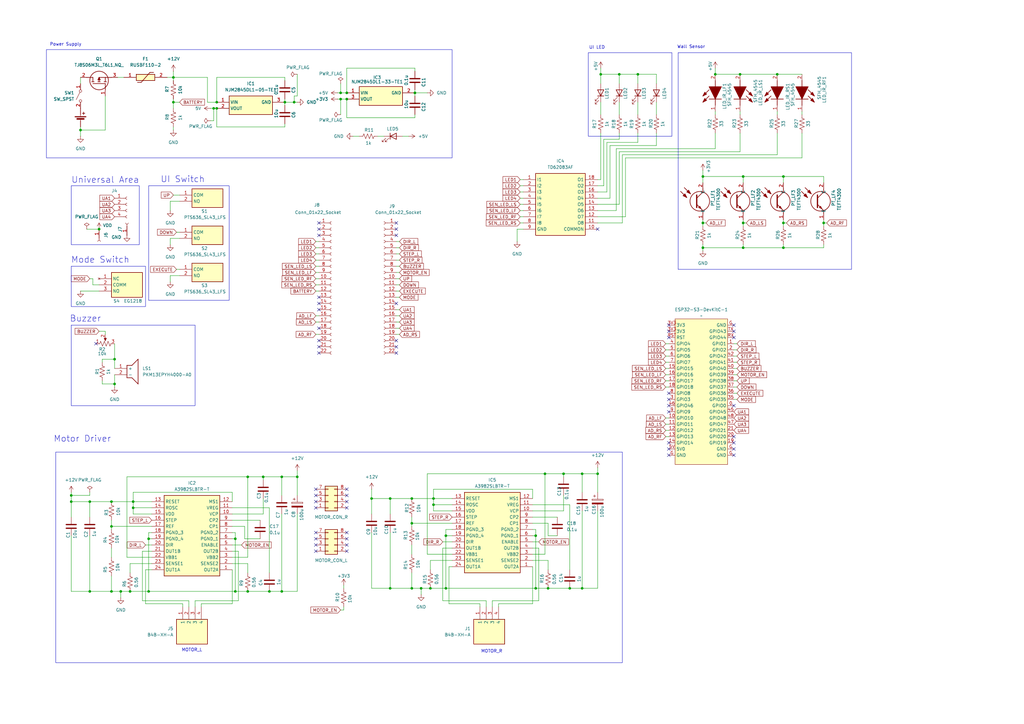
<source format=kicad_sch>
(kicad_sch (version 20231120) (generator "eeschema") (generator_version "8.0")
  (paper "A3")
  (junction (at 233.68 241.3))
  (junction (at 115.57 195.58))
  (junction (at 120.65 41.91))
  (junction (at 96.52 220.98))
  (junction (at 36.83 205.74))
  (junction (at 116.84 41.91))
  (junction (at 304.8 91.44))
  (junction (at 33.02 53.34))
  (junction (at 168.91 214.63))
  (junction (at 40.64 93.98))
  (junction (at 71.12 41.91))
  (junction (at 219.71 241.3))
  (junction (at 101.6 242.57))
  (junction (at 304.8 101.6))
  (junction (at 142.24 40.64))
  (junction (at 152.4 204.47))
  (junction (at 71.12 31.75))
  (junction (at 45.72 215.9))
  (junction (at 101.6 195.58))
  (junction (at 160.02 241.3))
  (junction (at 337.82 91.44))
  (junction (at 293.37 30.48))
  (junction (at 261.62 30.48))
  (junction (at 254 30.48))
  (junction (at 182.88 219.71))
  (junction (at 182.88 241.3))
  (junction (at 115.57 242.57))
  (junction (at 223.52 194.31))
  (junction (at 54.61 208.28))
  (junction (at 110.49 242.57))
  (junction (at 45.72 242.57))
  (junction (at 303.53 30.48))
  (junction (at 321.31 72.39))
  (junction (at 121.92 195.58))
  (junction (at 54.61 205.74))
  (junction (at 139.7 38.1))
  (junction (at 238.76 241.3))
  (junction (at 288.29 72.39))
  (junction (at 172.72 241.3))
  (junction (at 45.72 205.74))
  (junction (at 96.52 242.57))
  (junction (at 219.71 219.71))
  (junction (at 231.14 194.31))
  (junction (at 224.79 241.3))
  (junction (at 288.29 101.6))
  (junction (at 29.21 205.74))
  (junction (at 318.77 30.48))
  (junction (at 139.7 40.64))
  (junction (at 321.31 91.44))
  (junction (at 87.63 44.45))
  (junction (at 88.9 41.91))
  (junction (at 107.95 195.58))
  (junction (at 321.31 101.6))
  (junction (at 60.96 220.98))
  (junction (at 170.18 38.1))
  (junction (at 36.83 242.57))
  (junction (at 245.11 194.31))
  (junction (at 88.9 44.45))
  (junction (at 46.99 157.48))
  (junction (at 46.99 147.32))
  (junction (at 168.91 241.3))
  (junction (at 238.76 194.31))
  (junction (at 49.53 242.57))
  (junction (at 168.91 204.47))
  (junction (at 246.38 30.48))
  (junction (at 29.21 203.2))
  (junction (at 177.8 207.01))
  (junction (at 288.29 91.44))
  (junction (at 160.02 204.47))
  (junction (at 142.24 38.1))
  (junction (at 177.8 204.47))
  (junction (at 304.8 72.39))
  (junction (at 53.34 242.57))
  (junction (at 60.96 242.57))
  (junction (at 176.53 241.3))
  (no_connect (at 130.81 134.62))
  (no_connect (at 300.99 181.61))
  (no_connect (at 130.81 96.52))
  (no_connect (at 129.54 205.74))
  (no_connect (at 142.24 205.74))
  (no_connect (at 300.99 166.37))
  (no_connect (at 142.24 203.2))
  (no_connect (at 129.54 223.52))
  (no_connect (at 274.32 186.69))
  (no_connect (at 300.99 184.15))
  (no_connect (at 130.81 91.44))
  (no_connect (at 162.56 142.24))
  (no_connect (at 142.24 220.98))
  (no_connect (at 130.81 121.92))
  (no_connect (at 162.56 96.52))
  (no_connect (at 129.54 203.2))
  (no_connect (at 130.81 142.24))
  (no_connect (at 130.81 144.78))
  (no_connect (at 274.32 168.91))
  (no_connect (at 300.99 133.35))
  (no_connect (at 300.99 138.43))
  (no_connect (at 162.56 124.46))
  (no_connect (at 162.56 93.98))
  (no_connect (at 129.54 220.98))
  (no_connect (at 130.81 93.98))
  (no_connect (at 274.32 133.35))
  (no_connect (at 274.32 161.29))
  (no_connect (at 142.24 200.66))
  (no_connect (at 142.24 226.06))
  (no_connect (at 130.81 127))
  (no_connect (at 274.32 166.37))
  (no_connect (at 274.32 135.89))
  (no_connect (at 129.54 226.06))
  (no_connect (at 129.54 200.66))
  (no_connect (at 162.56 91.44))
  (no_connect (at 300.99 186.69))
  (no_connect (at 274.32 138.43))
  (no_connect (at 142.24 208.28))
  (no_connect (at 245.11 93.98))
  (no_connect (at 130.81 139.7))
  (no_connect (at 300.99 179.07))
  (no_connect (at 300.99 135.89))
  (no_connect (at 162.56 139.7))
  (no_connect (at 129.54 218.44))
  (no_connect (at 142.24 223.52))
  (no_connect (at 129.54 208.28))
  (no_connect (at 130.81 124.46))
  (no_connect (at 142.24 218.44))
  (no_connect (at 274.32 181.61))
  (no_connect (at 162.56 144.78))
  (no_connect (at 274.32 163.83))
  (no_connect (at 274.32 184.15))
  (no_connect (at 39.37 140.97))
  (wire (pts (xy 177.8 207.01) (xy 177.8 209.55)))
  (wire (pts (xy 129.54 111.76) (xy 130.81 111.76)))
  (wire (pts (xy 41.91 148.59) (xy 41.91 147.32)))
  (wire (pts (xy 246.38 41.91) (xy 246.38 46.99)))
  (wire (pts (xy 213.36 76.2) (xy 214.63 76.2)))
  (wire (pts (xy 218.44 232.41) (xy 218.44 247.65)))
  (wire (pts (xy 218.44 222.25) (xy 220.98 222.25)))
  (wire (pts (xy 87.63 44.45) (xy 88.9 44.45)))
  (wire (pts (xy 170.18 38.1) (xy 175.26 38.1)))
  (wire (pts (xy 95.25 231.14) (xy 101.6 231.14)))
  (wire (pts (xy 273.05 146.05) (xy 274.32 146.05)))
  (wire (pts (xy 163.83 127) (xy 162.56 127)))
  (wire (pts (xy 162.56 111.76) (xy 163.83 111.76)))
  (wire (pts (xy 250.19 59.69) (xy 250.19 81.28)))
  (wire (pts (xy 71.12 40.64) (xy 71.12 41.91)))
  (wire (pts (xy 49.53 242.57) (xy 49.53 245.11)))
  (wire (pts (xy 74.93 247.65) (xy 74.93 248.92)))
  (wire (pts (xy 233.68 241.3) (xy 238.76 241.3)))
  (wire (pts (xy 172.72 241.3) (xy 176.53 241.3)))
  (wire (pts (xy 120.65 39.37) (xy 120.65 41.91)))
  (wire (pts (xy 129.54 101.6) (xy 130.81 101.6)))
  (wire (pts (xy 273.05 151.13) (xy 274.32 151.13)))
  (wire (pts (xy 29.21 205.74) (xy 36.83 205.74)))
  (wire (pts (xy 54.61 201.93) (xy 95.25 201.93)))
  (wire (pts (xy 69.85 82.55) (xy 73.66 82.55)))
  (wire (pts (xy 107.95 210.82) (xy 95.25 210.82)))
  (wire (pts (xy 129.54 114.3) (xy 130.81 114.3)))
  (wire (pts (xy 213.36 88.9) (xy 214.63 88.9)))
  (wire (pts (xy 304.8 91.44) (xy 306.07 91.44)))
  (wire (pts (xy 58.42 226.06) (xy 62.23 226.06)))
  (wire (pts (xy 41.91 147.32) (xy 46.99 147.32)))
  (wire (pts (xy 273.05 176.53) (xy 274.32 176.53)))
  (wire (pts (xy 139.7 34.29) (xy 139.7 38.1)))
  (wire (pts (xy 36.83 219.71) (xy 36.83 242.57)))
  (wire (pts (xy 45.72 215.9) (xy 62.23 215.9)))
  (wire (pts (xy 160.02 204.47) (xy 160.02 210.82)))
  (wire (pts (xy 238.76 241.3) (xy 245.11 241.3)))
  (wire (pts (xy 300.99 161.29) (xy 302.26 161.29)))
  (wire (pts (xy 41.91 156.21) (xy 41.91 157.48)))
  (wire (pts (xy 120.65 41.91) (xy 121.92 41.91)))
  (wire (pts (xy 58.42 226.06) (xy 58.42 246.38)))
  (wire (pts (xy 181.61 222.25) (xy 185.42 222.25)))
  (wire (pts (xy 175.26 194.31) (xy 175.26 227.33)))
  (wire (pts (xy 96.52 242.57) (xy 101.6 242.57)))
  (wire (pts (xy 53.34 231.14) (xy 62.23 231.14)))
  (wire (pts (xy 256.54 64.77) (xy 256.54 88.9)))
  (wire (pts (xy 129.54 119.38) (xy 130.81 119.38)))
  (wire (pts (xy 273.05 140.97) (xy 274.32 140.97)))
  (wire (pts (xy 80.01 246.38) (xy 80.01 248.92)))
  (wire (pts (xy 218.44 214.63) (xy 224.79 214.63)))
  (wire (pts (xy 29.21 219.71) (xy 29.21 242.57)))
  (wire (pts (xy 46.99 157.48) (xy 46.99 158.75)))
  (wire (pts (xy 273.05 156.21) (xy 274.32 156.21)))
  (wire (pts (xy 69.85 113.03) (xy 73.66 113.03)))
  (wire (pts (xy 318.77 54.61) (xy 318.77 63.5)))
  (wire (pts (xy 163.83 132.08) (xy 162.56 132.08)))
  (wire (pts (xy 29.21 203.2) (xy 36.83 203.2)))
  (wire (pts (xy 162.56 119.38) (xy 163.83 119.38)))
  (wire (pts (xy 288.29 91.44) (xy 289.56 91.44)))
  (wire (pts (xy 160.02 241.3) (xy 168.91 241.3)))
  (wire (pts (xy 337.82 100.33) (xy 337.82 101.6)))
  (wire (pts (xy 288.29 101.6) (xy 288.29 102.87)))
  (wire (pts (xy 303.53 30.48) (xy 318.77 30.48)))
  (wire (pts (xy 82.55 247.65) (xy 82.55 248.92)))
  (wire (pts (xy 95.25 213.36) (xy 106.68 213.36)))
  (wire (pts (xy 85.09 31.75) (xy 71.12 31.75)))
  (wire (pts (xy 54.61 208.28) (xy 62.23 208.28)))
  (wire (pts (xy 129.54 129.54) (xy 130.81 129.54)))
  (wire (pts (xy 71.12 52.07) (xy 71.12 53.34)))
  (wire (pts (xy 116.84 41.91) (xy 120.65 41.91)))
  (wire (pts (xy 139.7 38.1) (xy 142.24 38.1)))
  (wire (pts (xy 304.8 72.39) (xy 321.31 72.39)))
  (wire (pts (xy 246.38 30.48) (xy 246.38 34.29)))
  (wire (pts (xy 273.05 148.59) (xy 274.32 148.59)))
  (wire (pts (xy 140.97 240.03) (xy 140.97 241.3)))
  (wire (pts (xy 246.38 27.94) (xy 246.38 30.48)))
  (wire (pts (xy 85.09 41.91) (xy 88.9 41.91)))
  (wire (pts (xy 101.6 195.58) (xy 107.95 195.58)))
  (wire (pts (xy 95.25 215.9) (xy 100.33 215.9)))
  (wire (pts (xy 168.91 241.3) (xy 172.72 241.3)))
  (wire (pts (xy 219.71 217.17) (xy 219.71 219.71)))
  (wire (pts (xy 321.31 91.44) (xy 322.58 91.44)))
  (wire (pts (xy 273.05 171.45) (xy 274.32 171.45)))
  (wire (pts (xy 337.82 74.93) (xy 337.82 72.39)))
  (wire (pts (xy 121.92 195.58) (xy 121.92 203.2)))
  (wire (pts (xy 115.57 195.58) (xy 121.92 195.58)))
  (wire (pts (xy 318.77 45.72) (xy 318.77 46.99)))
  (wire (pts (xy 95.25 247.65) (xy 82.55 247.65)))
  (wire (pts (xy 218.44 207.01) (xy 233.68 207.01)))
  (wire (pts (xy 218.44 227.33) (xy 223.52 227.33)))
  (wire (pts (xy 300.99 148.59) (xy 302.26 148.59)))
  (wire (pts (xy 199.39 246.38) (xy 199.39 248.92)))
  (wire (pts (xy 95.25 233.68) (xy 95.25 247.65)))
  (wire (pts (xy 321.31 91.44) (xy 321.31 92.71)))
  (wire (pts (xy 303.53 45.72) (xy 303.53 46.99)))
  (wire (pts (xy 168.91 204.47) (xy 177.8 204.47)))
  (wire (pts (xy 288.29 100.33) (xy 288.29 101.6)))
  (wire (pts (xy 36.83 205.74) (xy 45.72 205.74)))
  (wire (pts (xy 36.83 114.3) (xy 38.1 114.3)))
  (wire (pts (xy 162.56 99.06) (xy 163.83 99.06)))
  (wire (pts (xy 121.92 30.48) (xy 121.92 39.37)))
  (wire (pts (xy 129.54 137.16) (xy 130.81 137.16)))
  (wire (pts (xy 321.31 90.17) (xy 321.31 91.44)))
  (wire (pts (xy 224.79 229.87) (xy 224.79 233.68)))
  (wire (pts (xy 321.31 101.6) (xy 337.82 101.6)))
  (wire (pts (xy 116.84 50.8) (xy 116.84 52.07)))
  (wire (pts (xy 33.02 52.07) (xy 33.02 53.34)))
  (wire (pts (xy 168.91 212.09) (xy 168.91 214.63)))
  (wire (pts (xy 218.44 212.09) (xy 228.6 212.09)))
  (wire (pts (xy 46.99 140.97) (xy 46.99 147.32)))
  (wire (pts (xy 337.82 90.17) (xy 337.82 91.44)))
  (wire (pts (xy 247.65 57.15) (xy 247.65 76.2)))
  (wire (pts (xy 59.69 223.52) (xy 62.23 223.52)))
  (wire (pts (xy 303.53 54.61) (xy 303.53 62.23)))
  (wire (pts (xy 288.29 72.39) (xy 304.8 72.39)))
  (wire (pts (xy 261.62 30.48) (xy 269.24 30.48)))
  (wire (pts (xy 36.83 242.57) (xy 45.72 242.57)))
  (wire (pts (xy 245.11 78.74) (xy 248.92 78.74)))
  (wire (pts (xy 256.54 88.9) (xy 245.11 88.9)))
  (wire (pts (xy 95.25 226.06) (xy 97.79 226.06)))
  (wire (pts (xy 85.09 41.91) (xy 85.09 31.75)))
  (wire (pts (xy 254 41.91) (xy 254 46.99)))
  (wire (pts (xy 95.25 218.44) (xy 96.52 218.44)))
  (wire (pts (xy 304.8 74.93) (xy 304.8 72.39)))
  (wire (pts (xy 116.84 41.91) (xy 116.84 43.18)))
  (wire (pts (xy 224.79 214.63) (xy 224.79 219.71)))
  (wire (pts (xy 300.99 163.83) (xy 302.26 163.83)))
  (wire (pts (xy 245.11 86.36) (xy 252.73 86.36)))
  (wire (pts (xy 162.56 137.16) (xy 163.83 137.16)))
  (wire (pts (xy 238.76 194.31) (xy 238.76 201.93)))
  (wire (pts (xy 139.7 40.64) (xy 142.24 40.64)))
  (wire (pts (xy 129.54 109.22) (xy 130.81 109.22)))
  (wire (pts (xy 107.95 204.47) (xy 107.95 210.82)))
  (wire (pts (xy 246.38 54.61) (xy 246.38 73.66)))
  (wire (pts (xy 303.53 62.23) (xy 254 62.23)))
  (wire (pts (xy 184.15 232.41) (xy 184.15 247.65)))
  (wire (pts (xy 101.6 231.14) (xy 101.6 234.95)))
  (wire (pts (xy 54.61 205.74) (xy 54.61 201.93)))
  (wire (pts (xy 185.42 217.17) (xy 182.88 217.17)))
  (wire (pts (xy 115.57 195.58) (xy 115.57 203.2)))
  (wire (pts (xy 142.24 27.94) (xy 170.18 27.94)))
  (wire (pts (xy 45.72 213.36) (xy 45.72 215.9)))
  (wire (pts (xy 43.18 135.89) (xy 43.18 137.16)))
  (wire (pts (xy 176.53 229.87) (xy 176.53 233.68)))
  (wire (pts (xy 293.37 45.72) (xy 293.37 46.99)))
  (wire (pts (xy 213.36 78.74) (xy 214.63 78.74)))
  (wire (pts (xy 165.1 55.88) (xy 167.64 55.88)))
  (wire (pts (xy 71.12 80.01) (xy 73.66 80.01)))
  (wire (pts (xy 168.91 223.52) (xy 168.91 227.33)))
  (wire (pts (xy 252.73 60.96) (xy 293.37 60.96)))
  (wire (pts (xy 273.05 158.75) (xy 274.32 158.75)))
  (wire (pts (xy 96.52 218.44) (xy 96.52 220.98)))
  (wire (pts (xy 219.71 241.3) (xy 224.79 241.3)))
  (wire (pts (xy 185.42 219.71) (xy 182.88 219.71)))
  (wire (pts (xy 162.56 114.3) (xy 163.83 114.3)))
  (wire (pts (xy 121.92 210.82) (xy 121.92 242.57)))
  (wire (pts (xy 168.91 214.63) (xy 185.42 214.63)))
  (wire (pts (xy 261.62 58.42) (xy 248.92 58.42)))
  (wire (pts (xy 300.99 153.67) (xy 302.26 153.67)))
  (wire (pts (xy 273.05 173.99) (xy 274.32 173.99)))
  (wire (pts (xy 218.44 229.87) (xy 224.79 229.87)))
  (wire (pts (xy 300.99 140.97) (xy 302.26 140.97)))
  (wire (pts (xy 196.85 247.65) (xy 196.85 248.92)))
  (wire (pts (xy 45.72 242.57) (xy 49.53 242.57)))
  (wire (pts (xy 337.82 91.44) (xy 337.82 92.71)))
  (wire (pts (xy 201.93 246.38) (xy 201.93 248.92)))
  (wire (pts (xy 95.25 201.93) (xy 95.25 205.74)))
  (wire (pts (xy 48.26 31.75) (xy 50.8 31.75)))
  (wire (pts (xy 261.62 34.29) (xy 261.62 30.48)))
  (wire (pts (xy 95.25 228.6) (xy 101.6 228.6)))
  (wire (pts (xy 33.02 31.75) (xy 33.02 34.29)))
  (wire (pts (xy 213.36 83.82) (xy 214.63 83.82)))
  (wire (pts (xy 71.12 41.91) (xy 73.66 41.91)))
  (wire (pts (xy 72.39 95.25) (xy 73.66 95.25)))
  (wire (pts (xy 71.12 31.75) (xy 71.12 33.02)))
  (wire (pts (xy 107.95 195.58) (xy 115.57 195.58)))
  (wire (pts (xy 218.44 247.65) (xy 204.47 247.65)))
  (wire (pts (xy 213.36 91.44) (xy 214.63 91.44)))
  (wire (pts (xy 321.31 72.39) (xy 337.82 72.39)))
  (wire (pts (xy 95.25 220.98) (xy 96.52 220.98)))
  (wire (pts (xy 101.6 242.57) (xy 110.49 242.57)))
  (wire (pts (xy 218.44 200.66) (xy 218.44 204.47)))
  (wire (pts (xy 71.12 41.91) (xy 71.12 44.45)))
  (wire (pts (xy 69.85 97.79) (xy 73.66 97.79)))
  (wire (pts (xy 162.56 109.22) (xy 163.83 109.22)))
  (wire (pts (xy 162.56 116.84) (xy 163.83 116.84)))
  (wire (pts (xy 254 34.29) (xy 254 30.48)))
  (wire (pts (xy 162.56 104.14) (xy 163.83 104.14)))
  (wire (pts (xy 116.84 40.64) (xy 116.84 41.91)))
  (wire (pts (xy 231.14 194.31) (xy 238.76 194.31)))
  (wire (pts (xy 176.53 229.87) (xy 185.42 229.87)))
  (wire (pts (xy 71.12 29.21) (xy 71.12 31.75)))
  (wire (pts (xy 162.56 106.68) (xy 163.83 106.68)))
  (wire (pts (xy 304.8 90.17) (xy 304.8 91.44)))
  (wire (pts (xy 252.73 60.96) (xy 252.73 86.36)))
  (wire (pts (xy 46.99 153.67) (xy 46.99 157.48)))
  (wire (pts (xy 300.99 156.21) (xy 302.26 156.21)))
  (wire (pts (xy 138.43 40.64) (xy 139.7 40.64)))
  (wire (pts (xy 238.76 209.55) (xy 238.76 241.3)))
  (wire (pts (xy 212.09 93.98) (xy 212.09 99.06)))
  (wire (pts (xy 45.72 224.79) (xy 45.72 228.6)))
  (wire (pts (xy 160.02 218.44) (xy 160.02 241.3)))
  (wire (pts (xy 144.78 55.88) (xy 147.32 55.88)))
  (wire (pts (xy 29.21 242.57) (xy 36.83 242.57)))
  (wire (pts (xy 100.33 220.98) (xy 106.68 220.98)))
  (wire (pts (xy 248.92 58.42) (xy 248.92 78.74)))
  (wire (pts (xy 53.34 242.57) (xy 60.96 242.57)))
  (wire (pts (xy 177.8 209.55) (xy 185.42 209.55)))
  (wire (pts (xy 107.95 195.58) (xy 107.95 196.85)))
  (wire (pts (xy 69.85 82.55) (xy 69.85 86.36)))
  (wire (pts (xy 245.11 191.77) (xy 245.11 194.31)))
  (wire (pts (xy 288.29 72.39) (xy 288.29 74.93)))
  (wire (pts (xy 138.43 38.1) (xy 139.7 38.1)))
  (wire (pts (xy 273.05 179.07) (xy 274.32 179.07)))
  (wire (pts (xy 245.11 209.55) (xy 245.11 241.3)))
  (wire (pts (xy 231.14 194.31) (xy 231.14 195.58)))
  (wire (pts (xy 129.54 99.06) (xy 130.81 99.06)))
  (wire (pts (xy 213.36 73.66) (xy 214.63 73.66)))
  (wire (pts (xy 300.99 158.75) (xy 302.26 158.75)))
  (wire (pts (xy 142.24 48.26) (xy 170.18 48.26)))
  (wire (pts (xy 97.79 226.06) (xy 97.79 246.38)))
  (wire (pts (xy 181.61 224.79) (xy 181.61 246.38)))
  (wire (pts (xy 40.64 135.89) (xy 43.18 135.89)))
  (wire (pts (xy 152.4 218.44) (xy 152.4 241.3)))
  (wire (pts (xy 300.99 143.51) (xy 302.26 143.51)))
  (wire (pts (xy 97.79 246.38) (xy 80.01 246.38)))
  (wire (pts (xy 318.77 30.48) (xy 328.93 30.48)))
  (wire (pts (xy 288.29 101.6) (xy 304.8 101.6)))
  (wire (pts (xy 288.29 69.85) (xy 288.29 72.39)))
  (wire (pts (xy 304.8 91.44) (xy 304.8 92.71)))
  (wire (pts (xy 60.96 218.44) (xy 60.96 220.98)))
  (wire (pts (xy 121.92 193.04) (xy 121.92 195.58)))
  (wire (pts (xy 86.36 49.53) (xy 87.63 49.53)))
  (wire (pts (xy 49.53 242.57) (xy 53.34 242.57)))
  (wire (pts (xy 255.27 91.44) (xy 245.11 91.44)))
  (wire (pts (xy 116.84 31.75) (xy 116.84 33.02)))
  (wire (pts (xy 293.37 30.48) (xy 303.53 30.48)))
  (wire (pts (xy 129.54 116.84) (xy 130.81 116.84)))
  (wire (pts (xy 29.21 203.2) (xy 29.21 205.74)))
  (wire (pts (xy 238.76 194.31) (xy 245.11 194.31)))
  (wire (pts (xy 162.56 121.92) (xy 163.83 121.92)))
  (wire (pts (xy 184.15 232.41) (xy 185.42 232.41)))
  (wire (pts (xy 88.9 52.07) (xy 116.84 52.07)))
  (wire (pts (xy 163.83 129.54) (xy 162.56 129.54)))
  (wire (pts (xy 213.36 81.28) (xy 214.63 81.28)))
  (wire (pts (xy 255.27 63.5) (xy 255.27 91.44)))
  (wire (pts (xy 214.63 93.98) (xy 212.09 93.98)))
  (wire (pts (xy 170.18 27.94) (xy 170.18 29.21)))
  (wire (pts (xy 177.8 204.47) (xy 177.8 200.66)))
  (wire (pts (xy 213.36 86.36) (xy 214.63 86.36)))
  (wire (pts (xy 33.02 119.38) (xy 40.64 119.38)))
  (wire (pts (xy 35.56 93.98) (xy 40.64 93.98)))
  (wire (pts (xy 168.91 234.95) (xy 168.91 241.3)))
  (wire (pts (xy 88.9 44.45) (xy 88.9 52.07)))
  (wire (pts (xy 300.99 146.05) (xy 302.26 146.05)))
  (wire (pts (xy 36.83 205.74) (xy 36.83 212.09)))
  (wire (pts (xy 162.56 101.6) (xy 163.83 101.6)))
  (wire (pts (xy 219.71 219.71) (xy 219.71 241.3)))
  (wire (pts (xy 245.11 194.31) (xy 245.11 201.93)))
  (wire (pts (xy 152.4 204.47) (xy 160.02 204.47)))
  (wire (pts (xy 233.68 207.01) (xy 233.68 233.68)))
  (wire (pts (xy 269.24 54.61) (xy 269.24 59.69)))
  (wire (pts (xy 175.26 194.31) (xy 223.52 194.31)))
  (wire (pts (xy 223.52 194.31) (xy 223.52 227.33)))
  (wire (pts (xy 142.24 40.64) (xy 142.24 48.26)))
  (wire (pts (xy 177.8 204.47) (xy 185.42 204.47)))
  (wire (pts (xy 59.69 233.68) (xy 59.69 247.65)))
  (wire (pts (xy 163.83 134.62) (xy 162.56 134.62)))
  (wire (pts (xy 38.1 116.84) (xy 40.64 116.84)))
  (wire (pts (xy 33.02 53.34) (xy 33.02 55.88)))
  (wire (pts (xy 100.33 215.9) (xy 100.33 220.98)))
  (wire (pts (xy 101.6 195.58) (xy 101.6 228.6)))
  (wire (pts (xy 261.62 41.91) (xy 261.62 46.99)))
  (wire (pts (xy 152.4 204.47) (xy 152.4 210.82)))
  (wire (pts (xy 43.18 39.37) (xy 43.18 53.34)))
  (wire (pts (xy 224.79 219.71) (xy 228.6 219.71)))
  (wire (pts (xy 245.11 76.2) (xy 247.65 76.2)))
  (wire (pts (xy 328.93 45.72) (xy 328.93 46.99)))
  (wire (pts (xy 52.07 228.6) (xy 62.23 228.6)))
  (wire (pts (xy 45.72 236.22) (xy 45.72 242.57)))
  (wire (pts (xy 170.18 46.99) (xy 170.18 48.26)))
  (wire (pts (xy 220.98 246.38) (xy 201.93 246.38)))
  (wire (pts (xy 269.24 59.69) (xy 250.19 59.69)))
  (wire (pts (xy 45.72 215.9) (xy 45.72 217.17)))
  (wire (pts (xy 223.52 194.31) (xy 231.14 194.31)))
  (wire (pts (xy 175.26 227.33) (xy 185.42 227.33)))
  (wire (pts (xy 121.92 39.37) (xy 120.65 39.37)))
  (wire (pts (xy 304.8 100.33) (xy 304.8 101.6)))
  (wire (pts (xy 52.07 195.58) (xy 52.07 228.6)))
  (wire (pts (xy 59.69 247.65) (xy 74.93 247.65)))
  (wire (pts (xy 54.61 205.74) (xy 54.61 208.28)))
  (wire (pts (xy 176.53 241.3) (xy 182.88 241.3)))
  (wire (pts (xy 43.18 53.34) (xy 33.02 53.34)))
  (wire (pts (xy 139.7 40.64) (xy 139.7 46.99)))
  (wire (pts (xy 254 62.23) (xy 254 83.82)))
  (wire (pts (xy 182.88 219.71) (xy 182.88 241.3)))
  (wire (pts (xy 177.8 200.66) (xy 218.44 200.66)))
  (wire (pts (xy 160.02 204.47) (xy 168.91 204.47)))
  (wire (pts (xy 86.36 44.45) (xy 87.63 44.45)))
  (wire (pts (xy 29.21 205.74) (xy 29.21 212.09)))
  (wire (pts (xy 54.61 208.28) (xy 54.61 210.82)))
  (wire (pts (xy 38.1 114.3) (xy 38.1 116.84)))
  (wire (pts (xy 96.52 220.98) (xy 96.52 242.57)))
  (wire (pts (xy 59.69 233.68) (xy 62.23 233.68)))
  (wire (pts (xy 72.39 110.49) (xy 73.66 110.49)))
  (wire (pts (xy 88.9 31.75) (xy 116.84 31.75)))
  (wire (pts (xy 318.77 63.5) (xy 255.27 63.5)))
  (wire (pts (xy 288.29 91.44) (xy 288.29 92.71)))
  (wire (pts (xy 87.63 44.45) (xy 87.63 49.53)))
  (wire (pts (xy 29.21 201.93) (xy 29.21 203.2)))
  (wire (pts (xy 181.61 246.38) (xy 199.39 246.38)))
  (wire (pts (xy 129.54 132.08) (xy 130.81 132.08)))
  (wire (pts (xy 129.54 106.68) (xy 130.81 106.68)))
  (wire (pts (xy 245.11 73.66) (xy 246.38 73.66)))
  (wire (pts (xy 261.62 30.48) (xy 254 30.48)))
  (wire (pts (xy 172.72 241.3) (xy 172.72 243.84)))
  (wire (pts (xy 231.14 203.2) (xy 231.14 209.55)))
  (wire (pts (xy 177.8 204.47) (xy 177.8 207.01)))
  (wire (pts (xy 224.79 241.3) (xy 233.68 241.3)))
  (wire (pts (xy 170.18 36.83) (xy 170.18 38.1)))
  (wire (pts (xy 293.37 54.61) (xy 293.37 60.96)))
  (wire (pts (xy 204.47 247.65) (xy 204.47 248.92)))
  (wire (pts (xy 254 57.15) (xy 247.65 57.15)))
  (wire (pts (xy 69.85 97.79) (xy 69.85 100.33)))
  (wire (pts (xy 41.91 157.48) (xy 46.99 157.48)))
  (wire (pts (xy 62.23 218.44) (xy 60.96 218.44)))
  (wire (pts (xy 45.72 205.74) (xy 54.61 205.74)))
  (wire (pts (xy 269.24 34.29) (xy 269.24 30.48)))
  (wire (pts (xy 254 83.82) (xy 245.11 83.82)))
  (wire (pts (xy 245.11 81.28) (xy 250.19 81.28)))
  (wire (pts (xy 152.4 241.3) (xy 160.02 241.3)))
  (wire (pts (xy 115.57 242.57) (xy 121.92 242.57)))
  (wire (pts (xy 95.25 208.28) (xy 110.49 208.28)))
  (wire (pts (xy 140.97 248.92) (xy 140.97 250.19)))
  (wire (pts (xy 220.98 224.79) (xy 220.98 246.38)))
  (wire (pts (xy 182.88 241.3) (xy 219.71 241.3)))
  (wire (pts (xy 288.29 90.17) (xy 288.29 91.44)))
  (wire (pts (xy 184.15 247.65) (xy 196.85 247.65)))
  (wire (pts (xy 69.85 113.03) (xy 69.85 115.57)))
  (wire (pts (xy 170.18 38.1) (xy 170.18 39.37)))
  (wire (pts (xy 142.24 27.94) (xy 142.24 38.1)))
  (wire (pts (xy 54.61 210.82) (xy 62.23 210.82)))
  (wire (pts (xy 58.42 246.38) (xy 77.47 246.38)))
  (wire (pts (xy 218.44 224.79) (xy 220.98 224.79)))
  (wire (pts (xy 254 30.48) (xy 246.38 30.48)))
  (wire (pts (xy 129.54 104.14) (xy 130.81 104.14)))
  (wire (pts (xy 68.58 31.75) (xy 71.12 31.75)))
  (wire (pts (xy 115.57 210.82) (xy 115.57 242.57)))
  (wire (pts (xy 88.9 31.75) (xy 88.9 41.91)))
  (wire (pts (xy 300.99 151.13) (xy 302.26 151.13)))
  (wire (pts (xy 139.7 250.19) (xy 140.97 250.19)))
  (wire (pts (xy 293.37 27.94) (xy 293.37 30.48)))
  (wire (pts (xy 273.05 153.67) (xy 274.32 153.67)))
  (wire (pts (xy 36.83 201.93) (xy 36.83 203.2)))
  (wire (pts (xy 152.4 200.66) (xy 152.4 204.47)))
  (wire (pts (xy 328.93 64.77) (xy 256.54 64.77)))
  (wire (pts (xy 60.96 242.57) (xy 96.52 242.57)))
  (wire (pts (xy 337.82 91.44) (xy 339.09 91.44)))
  (wire (pts (xy 110.49 208.28) (xy 110.49 234.95)))
  (wire (pts (xy 53.34 231.14) (xy 53.34 234.95)))
  (wire (pts (xy 77.47 246.38) (xy 77.47 248.92)))
  (wire (pts (xy 273.05 143.51) (xy 274.32 143.51)))
  (wire (pts (xy 261.62 54.61) (xy 261.62 58.42)))
  (wire (pts (xy 54.61 205.74) (xy 62.23 205.74)))
  (wire (pts (xy 52.07 195.58) (xy 101.6 195.58)))
  (wire (pts (xy 321.31 100.33) (xy 321.31 101.6)))
  (wire (pts (xy 321.31 74.93) (xy 321.31 72.39)))
  (wire (pts (xy 328.93 54.61) (xy 328.93 64.77)))
  (wire (pts (xy 182.88 217.17) (xy 182.88 219.71)))
  (wire (pts (xy 60.96 220.98) (xy 60.96 242.57)))
  (wire (pts (xy 181.61 224.79) (xy 185.42 224.79)))
  (wire (pts (xy 62.23 220.98) (xy 60.96 220.98)))
  (wire (pts (xy 110.49 242.57) (xy 115.57 242.57)))
  (wire (pts (xy 46.99 147.32) (xy 46.99 151.13)))
  (wire (pts (xy 218.44 217.17) (xy 219.71 217.17)))
  (wire (pts (xy 218.44 219.71) (xy 219.71 219.71)))
  (wire (pts (xy 269.24 41.91) (xy 269.24 46.99)))
  (wire (pts (xy 254 54.61) (xy 254 57.15)))
  (wire (pts (xy 231.14 209.55) (xy 218.44 209.55)))
  (wire (pts (xy 177.8 207.01) (xy 185.42 207.01)))
  (wire (pts (xy 304.8 101.6) (xy 321.31 101.6)))
  (wire (pts (xy 154.94 55.88) (xy 157.48 55.88)))
  (wire (pts (xy 168.91 214.63) (xy 168.91 215.9)))
  (wire (pts (xy 99.06 223.52) (xy 95.25 223.52)))
  (rectangle (start 29.21 76.2) (end 57.15 100.33))
  (rectangle (start 22.86 185.42) (end 255.27 271.78))
  (rectangle (start 29.21 133.35) (end 80.01 166.37))
  (rectangle (start 19.05 20.32) (end 185.42 64.77))
  (rectangle (start 60.96 76.2) (end 93.98 123.19))
  (rectangle (start 241.3 21.59) (end 275.59 55.88))
  (rectangle (start 278.13 21.59) (end 349.25 110.49))
  (rectangle (start 29.21 109.22) (end 59.69 125.73))
  (text "UI Switch\n" (at 74.93 73.66 0) (effects (font (size 2.54 2.54))))
  (text "Buzzer\n\n" (at 35.052 132.842 0) (effects (font (size 2.54 2.54))))
  (text "Mode Switch\n" (at 41.148 106.68 0) (effects (font (size 2.54 2.54))))
  (text "Wall Sensor" (at 283.464 19.304 0) (effects (font (size 1.27 1.27))))
  (text "Universal Area" (at 43.18 73.914 0) (effects (font (size 2.54 2.54))))
  (text "MOTOR_L" (at 78.74 266.7 0) (effects (font (size 1.27 1.27))))
  (text "MOTOR_R\n" (at 201.676 267.208 0) (effects (font (size 1.27 1.27))))
  (text "Motor Driver\n" (at 33.782 180.086 0) (effects (font (size 2.54 2.54))))
  (text "Power Supply" (at 26.924 18.288 0) (effects (font (size 1.27 1.27))))
  (text "UI LED" (at 244.856 19.558 0) (effects (font (size 1.27 1.27))))
  (global_label "UA4" (shape input) (at 46.99 88.9 180) (property "Intersheetrefs" "${INTERSHEET_REFS}" (effects (hide yes))))
  (global_label "MOTOR_EN" (shape input) (at 99.06 223.52 0) (property "Intersheetrefs" "${INTERSHEET_REFS}" (effects (hide yes))))
  (global_label "DOWN" (shape input) (at 163.83 116.84 0) (property "Intersheetrefs" "${INTERSHEET_REFS}" (effects (hide yes))))
  (global_label "AD_LF" (shape input) (at 273.05 171.45 180) (property "Intersheetrefs" "${INTERSHEET_REFS}" (effects (hide yes))))
  (global_label "SEN_LED_LS" (shape input) (at 273.05 151.13 180) (property "Intersheetrefs" "${INTERSHEET_REFS}" (effects (hide yes))))
  (global_label "BUZZER" (shape input) (at 302.26 151.13 0) (property "Intersheetrefs" "${INTERSHEET_REFS}" (effects (hide yes))))
  (global_label "UA2" (shape input) (at 46.99 83.82 180) (property "Intersheetrefs" "${INTERSHEET_REFS}" (effects (hide yes))))
  (global_label "SEN_LED_RS" (shape input) (at 129.54 116.84 180) (property "Intersheetrefs" "${INTERSHEET_REFS}" (effects (hide yes))))
  (global_label "UP" (shape input) (at 163.83 114.3 0) (property "Intersheetrefs" "${INTERSHEET_REFS}" (effects (hide yes))))
  (global_label "AD_LS" (shape input) (at 306.07 91.44 0) (property "Intersheetrefs" "${INTERSHEET_REFS}" (effects (hide yes))))
  (global_label "UP" (shape input) (at 71.12 80.01 180) (property "Intersheetrefs" "${INTERSHEET_REFS}" (effects (hide yes))))
  (global_label "STEP_R" (shape input) (at 163.83 106.68 0) (property "Intersheetrefs" "${INTERSHEET_REFS}" (effects (hide yes))))
  (global_label "LED4" (shape input) (at 129.54 106.68 180) (property "Intersheetrefs" "${INTERSHEET_REFS}" (effects (hide yes))))
  (global_label "MOTOR_EN" (shape input) (at 139.7 250.19 180) (property "Intersheetrefs" "${INTERSHEET_REFS}" (effects (hide yes))))
  (global_label "LED1" (shape input) (at 129.54 99.06 180) (property "Intersheetrefs" "${INTERSHEET_REFS}" (effects (hide yes))))
  (global_label "SEN_LED_LF" (shape input) (at 273.05 153.67 180) (property "Intersheetrefs" "${INTERSHEET_REFS}" (effects (hide yes))))
  (global_label "LED2" (shape input) (at 273.05 143.51 180) (property "Intersheetrefs" "${INTERSHEET_REFS}" (effects (hide yes))))
  (global_label "UA2" (shape input) (at 163.83 129.54 0) (property "Intersheetrefs" "${INTERSHEET_REFS}" (effects (hide yes))))
  (global_label "STEP_L" (shape input) (at 62.23 213.36 180) (property "Intersheetrefs" "${INTERSHEET_REFS}" (effects (hide yes))))
  (global_label "UA1" (shape input) (at 300.99 168.91 0) (property "Intersheetrefs" "${INTERSHEET_REFS}" (effects (hide yes))))
  (global_label "BUZZER" (shape input) (at 40.64 135.89 180) (property "Intersheetrefs" "${INTERSHEET_REFS}" (effects (hide yes))))
  (global_label "UA1" (shape input) (at 163.83 127 0) (property "Intersheetrefs" "${INTERSHEET_REFS}" (effects (hide yes))))
  (global_label "SEN_LED_RS" (shape input) (at 273.05 158.75 180) (property "Intersheetrefs" "${INTERSHEET_REFS}" (effects (hide yes))))
  (global_label "DIR_R" (shape input) (at 163.83 101.6 0) (property "Intersheetrefs" "${INTERSHEET_REFS}" (effects (hide yes))))
  (global_label "LED4" (shape input) (at 213.36 81.28 180) (property "Intersheetrefs" "${INTERSHEET_REFS}" (effects (hide yes))))
  (global_label "AD_RF" (shape input) (at 339.09 91.44 0) (property "Intersheetrefs" "${INTERSHEET_REFS}" (effects (hide yes))))
  (global_label "EXECUTE" (shape input) (at 72.39 110.49 180) (property "Intersheetrefs" "${INTERSHEET_REFS}" (effects (hide yes))))
  (global_label "LED1" (shape input) (at 273.05 140.97 180) (property "Intersheetrefs" "${INTERSHEET_REFS}" (effects (hide yes))))
  (global_label "MODE" (shape input) (at 36.83 114.3 180) (property "Intersheetrefs" "${INTERSHEET_REFS}" (effects (hide yes))))
  (global_label "AD_LF" (shape input) (at 129.54 129.54 180) (property "Intersheetrefs" "${INTERSHEET_REFS}" (effects (hide yes))))
  (global_label "DOWN" (shape input) (at 72.39 95.25 180) (property "Intersheetrefs" "${INTERSHEET_REFS}" (effects (hide yes))))
  (global_label "SEN_LED_LS" (shape input) (at 129.54 109.22 180) (property "Intersheetrefs" "${INTERSHEET_REFS}" (effects (hide yes))))
  (global_label "MODE" (shape input) (at 163.83 121.92 0) (property "Intersheetrefs" "${INTERSHEET_REFS}" (effects (hide yes))))
  (global_label "DIR_L" (shape input) (at 59.69 223.52 180) (property "Intersheetrefs" "${INTERSHEET_REFS}" (effects (hide yes))))
  (global_label "DIR_R" (shape input) (at 181.61 222.25 180) (property "Intersheetrefs" "${INTERSHEET_REFS}" (effects (hide yes))))
  (global_label "AD_RF" (shape input) (at 129.54 137.16 180) (property "Intersheetrefs" "${INTERSHEET_REFS}" (effects (hide yes))))
  (global_label "STEP_R" (shape input) (at 302.26 148.59 0) (property "Intersheetrefs" "${INTERSHEET_REFS}" (effects (hide yes))))
  (global_label "SEN_LED_LF" (shape input) (at 213.36 86.36 180) (property "Intersheetrefs" "${INTERSHEET_REFS}" (effects (hide yes))))
  (global_label "UP" (shape input) (at 302.26 156.21 0) (property "Intersheetrefs" "${INTERSHEET_REFS}" (effects (hide yes))))
  (global_label "STEP_L" (shape input) (at 163.83 104.14 0) (property "Intersheetrefs" "${INTERSHEET_REFS}" (effects (hide yes))))
  (global_label "UA1" (shape input) (at 46.99 81.28 180) (property "Intersheetrefs" "${INTERSHEET_REFS}" (effects (hide yes))))
  (global_label "UA3" (shape input) (at 46.99 86.36 180) (property "Intersheetrefs" "${INTERSHEET_REFS}" (effects (hide yes))))
  (global_label "SEN_LED_RF" (shape input) (at 129.54 114.3 180) (property "Intersheetrefs" "${INTERSHEET_REFS}" (effects (hide yes))))
  (global_label "LED1" (shape input) (at 213.36 73.66 180) (property "Intersheetrefs" "${INTERSHEET_REFS}" (effects (hide yes))))
  (global_label "DIR_L" (shape input) (at 163.83 99.06 0) (property "Intersheetrefs" "${INTERSHEET_REFS}" (effects (hide yes))))
  (global_label "MOTOR_EN" (shape input) (at 163.83 111.76 0) (property "Intersheetrefs" "${INTERSHEET_REFS}" (effects (hide yes))))
  (global_label "SEN_LED_LS" (shape input) (at 213.36 83.82 180) (property "Intersheetrefs" "${INTERSHEET_REFS}" (effects (hide yes))))
  (global_label "LED2" (shape input) (at 129.54 101.6 180) (property "Intersheetrefs" "${INTERSHEET_REFS}" (effects (hide yes))))
  (global_label "UA3" (shape input) (at 163.83 132.08 0) (property "Intersheetrefs" "${INTERSHEET_REFS}" (effects (hide yes))))
  (global_label "MOTOR_EN" (shape input) (at 220.98 222.25 0) (property "Intersheetrefs" "${INTERSHEET_REFS}" (effects (hide yes))))
  (global_label "STEP_R" (shape input) (at 185.42 212.09 180) (property "Intersheetrefs" "${INTERSHEET_REFS}" (effects (hide yes))))
  (global_label "AD_LF" (shape input) (at 289.56 91.44 0) (property "Intersheetrefs" "${INTERSHEET_REFS}" (effects (hide yes))))
  (global_label "UA4" (shape input) (at 163.83 134.62 0) (property "Intersheetrefs" "${INTERSHEET_REFS}" (effects (hide yes))))
  (global_label "BUZZER" (shape input) (at 163.83 109.22 0) (property "Intersheetrefs" "${INTERSHEET_REFS}" (effects (hide yes))))
  (global_label "SEN_LED_RF" (shape input) (at 213.36 88.9 180) (property "Intersheetrefs" "${INTERSHEET_REFS}" (effects (hide yes))))
  (global_label "SEN_LED_LF" (shape input) (at 129.54 111.76 180) (property "Intersheetrefs" "${INTERSHEET_REFS}" (effects (hide yes))))
  (global_label "DOWN" (shape input) (at 302.26 158.75 0) (property "Intersheetrefs" "${INTERSHEET_REFS}" (effects (hide yes))))
  (global_label "LED3" (shape input) (at 213.36 78.74 180) (property "Intersheetrefs" "${INTERSHEET_REFS}" (effects (hide yes))))
  (global_label "EXECUTE" (shape input) (at 163.83 119.38 0) (property "Intersheetrefs" "${INTERSHEET_REFS}" (effects (hide yes))))
  (global_label "LED2" (shape input) (at 213.36 76.2 180) (property "Intersheetrefs" "${INTERSHEET_REFS}" (effects (hide yes))))
  (global_label "UA2" (shape input) (at 300.99 171.45 0) (property "Intersheetrefs" "${INTERSHEET_REFS}" (effects (hide yes))))
  (global_label "UA4" (shape input) (at 300.99 176.53 0) (property "Intersheetrefs" "${INTERSHEET_REFS}" (effects (hide yes))))
  (global_label "MOTOR_EN" (shape input) (at 302.26 153.67 0) (property "Intersheetrefs" "${INTERSHEET_REFS}" (effects (hide yes))))
  (global_label "AD_RS" (shape input) (at 322.58 91.44 0) (property "Intersheetrefs" "${INTERSHEET_REFS}" (effects (hide yes))))
  (global_label "SEN_LED_RS" (shape input) (at 213.36 91.44 180) (property "Intersheetrefs" "${INTERSHEET_REFS}" (effects (hide yes))))
  (global_label "MODE" (shape input) (at 302.26 163.83 0) (property "Intersheetrefs" "${INTERSHEET_REFS}" (effects (hide yes))))
  (global_label "AD_RS" (shape input) (at 273.05 176.53 180) (property "Intersheetrefs" "${INTERSHEET_REFS}" (effects (hide yes))))
  (global_label "BATTERY" (shape input) (at 73.66 41.91 0) (property "Intersheetrefs" "${INTERSHEET_REFS}" (effects (hide yes))))
  (global_label "AD_RS" (shape input) (at 163.83 137.16 0) (property "Intersheetrefs" "${INTERSHEET_REFS}" (effects (hide yes))))
  (global_label "AD_RF" (shape input) (at 273.05 179.07 180) (property "Intersheetrefs" "${INTERSHEET_REFS}" (effects (hide yes))))
  (global_label "LED3" (shape input) (at 129.54 104.14 180) (property "Intersheetrefs" "${INTERSHEET_REFS}" (effects (hide yes))))
  (global_label "LED4" (shape input) (at 273.05 148.59 180) (property "Intersheetrefs" "${INTERSHEET_REFS}" (effects (hide yes))))
  (global_label "BATTERY" (shape input) (at 129.54 119.38 180) (property "Intersheetrefs" "${INTERSHEET_REFS}" (effects (hide yes))))
  (global_label "STEP_L" (shape input) (at 302.26 146.05 0) (property "Intersheetrefs" "${INTERSHEET_REFS}" (effects (hide yes))))
  (global_label "EXECUTE" (shape input) (at 302.26 161.29 0) (property "Intersheetrefs" "${INTERSHEET_REFS}" (effects (hide yes))))
  (global_label "SEN_LED_RF" (shape input) (at 273.05 156.21 180) (property "Intersheetrefs" "${INTERSHEET_REFS}" (effects (hide yes))))
  (global_label "DIR_L" (shape input) (at 302.26 140.97 0) (property "Intersheetrefs" "${INTERSHEET_REFS}" (effects (hide yes))))
  (global_label "AD_LS" (shape input) (at 129.54 132.08 180) (property "Intersheetrefs" "${INTERSHEET_REFS}" (effects (hide yes))))
  (global_label "AD_LS" (shape input) (at 273.05 173.99 180) (property "Intersheetrefs" "${INTERSHEET_REFS}" (effects (hide yes))))
  (global_label "DIR_R" (shape input) (at 302.26 143.51 0) (property "Intersheetrefs" "${INTERSHEET_REFS}" (effects (hide yes))))
  (global_label "LED3" (shape input) (at 273.05 146.05 180) (property "Intersheetrefs" "${INTERSHEET_REFS}" (effects (hide yes))))
  (global_label "UA3" (shape input) (at 300.99 173.99 0) (property "Intersheetrefs" "${INTERSHEET_REFS}" (effects (hide yes))))
  (symbol (lib_id "power:PWR_FLAG") (at 121.92 30.48 90) (unit 1)
    (property "Reference" "#FLG05" (effects (hide yes)))
    (property "Value" "PWR_FLAG" (at 122.174 27.686 90))
    (property "Description" "Special symbol for telling ERC where power comes from" (effects (hide yes)))
  )
  (symbol (lib_id "TEFT4300:TEFT4300") (at 288.29 74.93 0) (unit 1)
    (property "Reference" "PT_LF1" (at 292.354 84.582 90) (effects (justify left)))
    (property "Value" "TEFT4300" (at 294.64 86.36 90) (effects (justify left)))
    (property "Footprint" "LIB_TEFT4300:TEFT4300" (effects (hide yes)))
    (property "Datasheet" "https://datasheet.datasheetarchive.com/originals/distributors/Datasheets-310/86913.pdf" (effects (hide yes)))
    (property "Description" "Vishay TEFT4300 60  Infrared Phototransistor, Through-hole 3mm Package" (effects (hide yes)))
    (property "Height" "6.1" (effects (hide yes)))
    (property "Manufacturer_Name" "Vishay" (effects (hide yes)))
    (property "Manufacturer_Part_Number" "TEFT4300" (effects (hide yes)))
    (property "Mouser Part Number" "782-TEFT4300" (effects (hide yes)))
    (property "Mouser Price/Stock" "https://www.mouser.co.uk/ProductDetail/Vishay-Semiconductors/TEFT4300?qs=HsFHTXumnCRbcrt8oPFPMA%3D%3D" (effects (hide yes)))
    (property "Arrow Part Number" "TEFT4300" (effects (hide yes)))
    (property "Arrow Price/Stock" "https://www.arrow.com/en/products/teft4300/vishay?region=nac" (effects (hide yes)))
  )
  (symbol (lib_id "power:PWR_FLAG") (at 139.7 34.29 0) (unit 1)
    (property "Reference" "#FLG03" (effects (hide yes)))
    (property "Value" "PWR_FLAG" (at 135.636 30.226 0))
    (property "Description" "Special symbol for telling ERC where power comes from" (effects (hide yes)))
  )
  (symbol (lib_id "Device:R_US") (at 318.77 50.8 0) (unit 1)
    (property "Reference" "R25" (at 316.484 52.578 90) (effects (justify left)))
    (property "Value" "33" (at 321.31 52.0699 90) (effects (justify left)))
    (property "Footprint" "Resistor_SMD:R_0603_1608Metric" (effects (hide yes)))
    (property "Description" "Resistor, US symbol" (effects (hide yes)))
  )
  (symbol (lib_id "Device:R_US") (at 71.12 36.83 180) (unit 1)
    (property "Reference" "R7" (at 68.58 36.576 90))
    (property "Value" "10k" (at 73.914 36.83 90))
    (property "Footprint" "Resistor_SMD:R_0603_1608Metric" (effects (hide yes)))
    (property "Description" "Resistor, US symbol" (effects (hide yes)))
  )
  (symbol (lib_id "Device:LED") (at 246.38 38.1 270) (mirror x) (unit 1)
    (property "Reference" "LED1" (at 248.92 35.814 0) (effects (justify right)))
    (property "Value" "LED" (effects (hide yes)))
    (property "Footprint" "LED_THT:LED_D5.0mm" (effects (hide yes)))
    (property "Description" "Light emitting diode" (effects (hide yes)))
  )
  (symbol (lib_id "Device:R_US") (at 45.72 209.55 0) (unit 1)
    (property "Reference" "R3" (at 43.688 211.582 90) (effects (justify left)))
    (property "Value" "10k" (at 48.514 211.582 90) (effects (justify left)))
    (property "Footprint" "Resistor_SMD:R_0603_1608Metric" (effects (hide yes)))
    (property "Description" "Resistor, US symbol" (effects (hide yes)))
  )
  (symbol (lib_id "power:VCC") (at 152.4 200.66 0) (unit 1)
    (property "Reference" "#PWR019" (effects (hide yes)))
    (property "Value" "+12V" (at 152.4 195.58 0))
    (property "Description" "Power symbol creates a global label with name \"VCC\"" (effects (hide yes)))
  )
  (symbol (lib_id "NJM2845DL1-33-TE1:NJM2845DL1-33-TE1") (at 142.24 38.1 0) (unit 1)
    (property "Reference" "IC3" (at 154.686 31.75 0))
    (property "Value" "NJM2845DL1-33-TE1" (at 154.686 33.528 0))
    (property "Footprint" "LIB_NJM2845DL1-33-TE1:NJM2845DL133TE1" (effects (hide yes)))
    (property "Datasheet" "https://www.nisshinbo-microdevices.co.jp/en/pdf/datasheet/NJM2845_NJM2846_E.pdf" (effects (hide yes)))
    (property "Description" "LDO Voltage Regulators 75dB 45uVrms 800mA 1.0uF 3.3V 1W" (effects (hide yes)))
    (property "Height" "2.38" (effects (hide yes)))
    (property "Manufacturer_Name" "Nisshinbo" (effects (hide yes)))
    (property "Manufacturer_Part_Number" "NJM2845DL1-33-TE1" (effects (hide yes)))
    (property "Mouser Part Number" "513-NJM2845DL133-TE1" (effects (hide yes)))
    (property "Mouser Price/Stock" "https://www.mouser.co.uk/ProductDetail/Nisshinbo/NJM2845DL1-33-TE1?qs=Vf9KeiGtj%252BHsxdmME1E7bA%3D%3D" (effects (hide yes)))
  )
  (symbol (lib_id "power:VCC") (at 245.11 191.77 0) (unit 1)
    (property "Reference" "#PWR025" (effects (hide yes)))
    (property "Value" "+12V" (at 245.11 186.69 0))
    (property "Description" "Power symbol creates a global label with name \"VCC\"" (effects (hide yes)))
  )
  (symbol (lib_id "Device:R_US") (at 151.13 55.88 90) (unit 1)
    (property "Reference" "R11" (at 151.384 53.34 90))
    (property "Value" "1k" (at 151.13 58.674 90))
    (property "Footprint" "Resistor_SMD:R_0603_1608Metric" (effects (hide yes)))
    (property "Description" "Resistor, US symbol" (effects (hide yes)))
  )
  (symbol (lib_id "Connector:Conn_01x22_Socket") (at 157.48 116.84 0) (mirror y) (unit 1)
    (property "Reference" "J9" (at 160.782 84.582 0))
    (property "Value" "Conn_01x22_Socket" (at 163.322 87.122 0))
    (property "Footprint" "Connector_PinSocket_2.54mm:PinSocket_1x22_P2.54mm_Vertical" (effects (hide yes)))
    (property "Description" "Generic connector, single row, 01x22, script generated" (effects (hide yes)))
  )
  (symbol (lib_id "power:VCC") (at 29.21 201.93 0) (unit 1)
    (property "Reference" "#PWR04" (effects (hide yes)))
    (property "Value" "+12V" (at 29.21 196.85 0))
    (property "Description" "Power symbol creates a global label with name \"VCC\"" (effects (hide yes)))
  )
  (symbol (lib_id "power:GND") (at 175.26 38.1 90) (unit 1)
    (property "Reference" "#PWR021" (effects (hide yes)))
    (property "Value" "GND" (at 179.07 38.0999 90) (effects (justify right)))
    (property "Description" "Power symbol creates a global label with name \"GND\" , ground" (effects (hide yes)))
  )
  (symbol (lib_id "Connector:Conn_01x22_Socket") (at 135.89 116.84 0) (unit 1)
    (property "Reference" "J8" (at 128.778 84.074 0) (effects (justify left)))
    (property "Value" "Conn_01x22_Socket" (at 120.904 87.122 0) (effects (justify left)))
    (property "Footprint" "Connector_PinSocket_2.54mm:PinSocket_1x22_P2.54mm_Vertical" (effects (hide yes)))
    (property "Description" "Generic connector, single row, 01x22, script generated" (effects (hide yes)))
  )
  (symbol (lib_id "power:VCC") (at 121.92 193.04 0) (unit 1)
    (property "Reference" "#PWR014" (effects (hide yes)))
    (property "Value" "+12V" (at 121.92 187.96 0))
    (property "Description" "Power symbol creates a global label with name \"VCC\"" (effects (hide yes)))
  )
  (symbol (lib_id "RUSBF110-2:RUSBF110-2") (at 50.8 31.75 0) (unit 1)
    (property "Reference" "F1" (at 59.69 24.13 0))
    (property "Value" "RUSBF110-2" (at 59.69 26.67 0))
    (property "Footprint" "LIB_RUSBF110-2:RUSBF1102" (effects (hide yes)))
    (property "Datasheet" "https://componentsearchengine.com/Datasheets/1/RUSBF110-2.pdf" (effects (hide yes)))
    (property "Description" "Resettable Fuses - PPTC Radial Lead 1.1A 16V 40A Imax" (effects (hide yes)))
    (property "Height" "14.2" (effects (hide yes)))
    (property "Manufacturer_Name" "LITTELFUSE" (effects (hide yes)))
    (property "Manufacturer_Part_Number" "RUSBF110-2" (effects (hide yes)))
    (property "Mouser Part Number" "650-RUSBF110-2" (effects (hide yes)))
    (property "Mouser Price/Stock" "https://www.mouser.co.uk/ProductDetail/Littelfuse/RUSBF110-2?qs=hv6pn79dJPRaxVwa6PP9BA%3D%3D" (effects (hide yes)))
  )
  (symbol (lib_id "power:VCC") (at 138.43 40.64 90) (unit 1)
    (property "Reference" "#PWR016" (effects (hide yes)))
    (property "Value" "+3V3" (at 134.62 40.6399 90) (effects (justify left)))
    (property "Description" "Power symbol creates a global label with name \"VCC\"" (effects (hide yes)))
  )
  (symbol (lib_id "NJM2845DL1-05-TE1:NJM2845DL1-05-TE1") (at 88.9 41.91 0) (unit 1)
    (property "Reference" "IC1" (at 102.87 34.29 0))
    (property "Value" "NJM2845DL1-05-TE1" (at 102.87 36.83 0))
    (property "Footprint" "LIB_NJM2845DL1-05-TE1:TO-252-3-L1" (effects (hide yes)))
    (property "Datasheet" "https://datasheet.datasheetarchive.com/originals/distributors/Datasheets_SAMA/34641714fd14802a23a049b754208e87.pdf" (effects (hide yes)))
    (property "Description" "LDO Voltage Regulators LDO w/On/Off Cntrl" (effects (hide yes)))
    (property "Manufacturer_Name" "New Japan Radio" (effects (hide yes)))
    (property "Manufacturer_Part_Number" "NJM2845DL1-05-TE1" (effects (hide yes)))
    (property "Mouser Part Number" "513-NJM2845DL105-TE1" (effects (hide yes)))
    (property "Mouser Price/Stock" "https://www.mouser.co.uk/ProductDetail/NJR/NJM2845DL1-05-TE1?qs=Vf9KeiGtj%252BGbfCGSGlajaA%3D%3D" (effects (hide yes)))
  )
  (symbol (lib_id "power:VDD") (at 293.37 27.94 0) (unit 1)
    (property "Reference" "#PWR028" (effects (hide yes)))
    (property "Value" "+5V" (at 291.338 27.178 90))
    (property "Description" "Power symbol creates a global label with name \"VDD\"" (effects (hide yes)))
  )
  (symbol (lib_id "Device:LED") (at 269.24 38.1 270) (mirror x) (unit 1)
    (property "Reference" "LED4" (at 272.542 35.814 0) (effects (justify right)))
    (property "Value" "LED" (effects (hide yes)))
    (property "Footprint" "LED_THT:LED_D5.0mm" (effects (hide yes)))
    (property "Description" "Light emitting diode" (effects (hide yes)))
  )
  (symbol (lib_id "power:VCC") (at 86.36 44.45 90) (unit 1)
    (property "Reference" "#PWR012" (effects (hide yes)))
    (property "Value" "5V" (at 82.55 44.4499 90) (effects (justify left)))
    (property "Description" "Power symbol creates a global label with name \"VCC\"" (effects (hide yes)))
  )
  (symbol (lib_id "power:GND") (at 144.78 55.88 270) (unit 1)
    (property "Reference" "#PWR017" (effects (hide yes)))
    (property "Value" "GND" (at 140.97 55.8799 90) (effects (justify right)))
    (property "Description" "Power symbol creates a global label with name \"GND\" , ground" (effects (hide yes)))
  )
  (symbol (lib_id "power:GND") (at 71.12 53.34 0) (unit 1)
    (property "Reference" "#PWR011" (effects (hide yes)))
    (property "Value" "GND" (at 71.12 58.42 0))
    (property "Description" "Power symbol creates a global label with name \"GND\" , ground" (effects (hide yes)))
  )
  (symbol (lib_id "SFH_4545:SFH_4545") (at 318.77 45.72 90) (unit 1)
    (property "Reference" "LED_IR_RS1" (at 323.088 34.036 0) (effects (justify right)))
    (property "Value" "SFH_4545" (at 325.12 34.036 0) (effects (justify right)))
    (property "Footprint" "LIB_SFH_4545:SFH4545" (effects (hide yes)))
    (property "Datasheet" "https://datasheet.datasheetarchive.com/originals/distributors/DKDS41/DSANUWW0036915.pdf" (effects (hide yes)))
    (property "Description" "SFH 4545 Osram Opto, 950nm IR LED, 5 mm Through Hole package" (effects (hide yes)))
    (property "Height" "8.3" (effects (hide yes)))
    (property "Mouser Part Number" "720-SFH4545" (effects (hide yes)))
    (property "Mouser Price/Stock" "https://www.mouser.co.uk/ProductDetail/ams-OSRAM/SFH-4545?qs=VcOkZLzzaubOJpq6Xyji1A%3D%3D" (effects (hide yes)))
    (property "Manufacturer_Name" "ams OSRAM" (effects (hide yes)))
    (property "Manufacturer_Part_Number" "SFH 4545" (effects (hide yes)))
  )
  (symbol (lib_id "Device:Battery_Cell") (at 33.02 49.53 0) (unit 1)
    (property "Reference" "BT1" (effects (hide yes)))
    (property "Value" "Battery_Cell" (effects (hide yes)))
    (property "Footprint" "Connector_PinHeader_1.27mm:PinHeader_1x02_P1.27mm_Vertical" (effects (hide yes)))
    (property "Description" "Single-cell battery" (effects (hide yes)))
  )
  (symbol (lib_id "Device:R_US") (at 303.53 50.8 0) (unit 1)
    (property "Reference" "R23" (at 301.244 52.578 90) (effects (justify left)))
    (property "Value" "33" (at 306.07 52.0699 90) (effects (justify left)))
    (property "Footprint" "Resistor_SMD:R_0603_1608Metric" (effects (hide yes)))
    (property "Description" "Resistor, US symbol" (effects (hide yes)))
  )
  (symbol (lib_id "Device:C") (at 233.68 237.49 0) (unit 1)
    (property "Reference" "C14" (at 230.124 239.014 90) (effects (justify left)))
    (property "Value" "1u" (at 237.49 238.7599 90) (effects (justify left)))
    (property "Footprint" "Capacitor_SMD:C_0603_1608Metric" (effects (hide yes)))
    (property "Description" "Unpolarized capacitor" (effects (hide yes)))
  )
  (symbol (lib_id "Connector:Conn_01x04_Socket") (at 52.07 83.82 0) (unit 1)
    (property "Reference" "J4" (at 45.72 78.232 0) (effects (justify left)))
    (property "Value" "Conn_01x04_Socket" (effects (hide yes)))
    (property "Footprint" "Connector_PinHeader_2.54mm:PinHeader_1x04_P2.54mm_Vertical" (effects (hide yes)))
    (property "Description" "Generic connector, single row, 01x04, script generated" (effects (hide yes)))
  )
  (symbol (lib_id "power:GND") (at 288.29 102.87 0) (unit 1)
    (property "Reference" "#PWR027" (effects (hide yes)))
    (property "Value" "GND" (at 288.29 107.95 0))
    (property "Description" "Power symbol creates a global label with name \"GND\" , ground" (effects (hide yes)))
  )
  (symbol (lib_id "Device:R_US") (at 45.72 232.41 0) (unit 1)
    (property "Reference" "R5" (at 43.18 234.95 90) (effects (justify left)))
    (property "Value" "10k" (at 48.26 234.442 90) (effects (justify left)))
    (property "Footprint" "Resistor_SMD:R_0603_1608Metric" (effects (hide yes)))
    (property "Description" "Resistor, US symbol" (effects (hide yes)))
  )
  (symbol (lib_id "Device:R_US") (at 304.8 96.52 0) (unit 1)
    (property "Reference" "R24" (at 302.514 98.298 90) (effects (justify left)))
    (property "Value" "1k" (at 307.34 97.7899 90) (effects (justify left)))
    (property "Footprint" "Resistor_SMD:R_0603_1608Metric" (effects (hide yes)))
    (property "Description" "Resistor, US symbol" (effects (hide yes)))
  )
  (symbol (lib_id "power:PWR_FLAG") (at 139.7 46.99 90) (unit 1)
    (property "Reference" "#FLG04" (effects (hide yes)))
    (property "Value" "PWR_FLAG" (at 135.636 49.276 90))
    (property "Description" "Special symbol for telling ERC where power comes from" (effects (hide yes)))
  )
  (symbol (lib_id "power:GND") (at 46.99 158.75 0) (unit 1)
    (property "Reference" "#PWR05" (effects (hide yes)))
    (property "Value" "GND" (at 46.99 163.83 0))
    (property "Description" "Power symbol creates a global label with name \"GND\" , ground" (effects (hide yes)))
  )
  (symbol (lib_id "power:GND") (at 172.72 243.84 0) (unit 1)
    (property "Reference" "#PWR022" (effects (hide yes)))
    (property "Value" "GND" (at 172.72 248.92 0))
    (property "Description" "Power symbol creates a global label with name \"GND\" , ground" (effects (hide yes)))
  )
  (symbol (lib_id "PTS636_SL43_LFS:PTS636_SL43_LFS") (at 73.66 110.49 0) (unit 1)
    (property "Reference" "S3" (at 82.55 117.094 0) (effects (justify left)))
    (property "Value" "PTS636_SL43_LFS" (at 75.438 119.634 0) (effects (justify left)))
    (property "Footprint" "PTS636_SL43_LFS:PTS636SL43LFS" (effects (hide yes)))
    (property "Datasheet" "https://componentsearchengine.com/Datasheets/1/PTS636 SL43 LFS.pdf" (effects (hide yes)))
    (property "Description" "Tactile Switches Tact 50mA 12VDC, 6.0x3.5, 4.3mm H, 130gf, THT leads, Black Actuator" (effects (hide yes)))
    (property "Height" "4.5" (effects (hide yes)))
    (property "Manufacturer_Name" "C & K COMPONENTS" (effects (hide yes)))
    (property "Manufacturer_Part_Number" "PTS636 SL43 LFS" (effects (hide yes)))
    (property "Mouser Part Number" "611-PTS636SL43LFS" (effects (hide yes)))
    (property "Mouser Price/Stock" "https://www.mouser.co.uk/ProductDetail/CK/PTS636-SL43-LFS?qs=vLWxofP3U2xHB0Q2opWSaw%3D%3D" (effects (hide yes)))
    (property "Arrow Part Number" "PTS636 SL43 LFS" (effects (hide yes)))
    (property "Arrow Price/Stock" "https://www.arrow.com/en/products/pts636-sl43-lfs/ck?region=nac" (effects (hide yes)))
  )
  (symbol (lib_id "power:VCC") (at 138.43 38.1 90) (unit 1)
    (property "Reference" "#PWR015" (effects (hide yes)))
    (property "Value" "+5V" (at 134.62 38.0999 90) (effects (justify left)))
    (property "Description" "Power symbol creates a global label with name \"VCC\"" (effects (hide yes)))
  )
  (symbol (lib_id "Device:R_US") (at 168.91 219.71 0) (unit 1)
    (property "Reference" "R13" (at 166.37 221.488 90) (effects (justify left)))
    (property "Value" "10k" (at 171.196 221.742 90) (effects (justify left)))
    (property "Footprint" "Resistor_SMD:R_0603_1608Metric" (effects (hide yes)))
    (property "Description" "Resistor, US symbol" (effects (hide yes)))
  )
  (symbol (lib_id "B4B-XH-A:B4B-XH-A") (at 196.85 248.92 90) (mirror x) (unit 1)
    (property "Reference" "J1" (at 193.04 257.8099 90) (effects (justify left)))
    (property "Value" "B4B-XH-A" (at 193.04 260.3499 90) (effects (justify left)))
    (property "Footprint" "B4B-XH-A:B4BXHA" (effects (hide yes)))
    (property "Datasheet" "https://www.jst-mfg.com/product/pdf/eng/eXH.pdf" (effects (hide yes)))
    (property "Description" "Wire-board; socket; male; XH; 2.5mm; PIN: 4; THT; 250V; 3A; -2585C" (effects (hide yes)))
    (property "Height" "7" (effects (hide yes)))
    (property "Manufacturer_Name" "JST (JAPAN SOLDERLESS TERMINALS)" (effects (hide yes)))
    (property "Manufacturer_Part_Number" "B4B-XH-A" (effects (hide yes)))
  )
  (symbol (lib_id "Device:C") (at 228.6 215.9 0) (unit 1)
    (property "Reference" "C18" (at 232.41 214.6299 0) (effects (justify left)))
    (property "Value" "0.1u" (at 232.41 217.1699 0) (effects (justify left)))
    (property "Footprint" "Capacitor_SMD:C_0603_1608Metric" (effects (hide yes)))
    (property "Description" "Unpolarized capacitor" (effects (hide yes)))
  )
  (symbol (lib_id "Device:LED") (at 254 38.1 270) (mirror x) (unit 1)
    (property "Reference" "LED2" (at 256.54 35.814 0) (effects (justify right)))
    (property "Value" "LED" (effects (hide yes)))
    (property "Footprint" "LED_THT:LED_D5.0mm" (effects (hide yes)))
    (property "Description" "Light emitting diode" (effects (hide yes)))
  )
  (symbol (lib_id "Connector_Generic:Conn_02x04_Odd_Even") (at 134.62 205.74 0) (mirror x) (unit 1) (exclude_from_sim yes) (on_board no)
    (property "Reference" "J2" (effects (hide yes)))
    (property "Value" "MOTOR_CON_R" (at 135.89 212.09 0))
    (property "Description" "Generic connector, double row, 02x04, odd/even pin numbering scheme (row 1 odd numbers, row 2 even numbers), script generated (kicad-library-utils/schlib/autogen/connector/)" (effects (hide yes)))
  )
  (symbol (lib_id "Device:C") (at 115.57 207.01 0) (unit 1)
    (property "Reference" "C7" (at 114.046 212.598 90) (effects (justify left)))
    (property "Value" "1u" (at 117.348 211.328 90) (effects (justify left)))
    (property "Footprint" "Capacitor_SMD:C_0603_1608Metric" (effects (hide yes)))
    (property "Description" "Unpolarized capacitor" (effects (hide yes)))
  )
  (symbol (lib_id "Device:C") (at 116.84 46.99 180) (unit 1)
    (property "Reference" "C6" (at 120.396 45.72 90) (effects (justify left)))
    (property "Value" "10u" (at 113.284 44.704 90) (effects (justify left)))
    (property "Footprint" "Capacitor_SMD:C_0603_1608Metric" (effects (hide yes)))
    (property "Description" "Unpolarized capacitor" (effects (hide yes)))
  )
  (symbol (lib_id "Device:R_US") (at 288.29 96.52 0) (unit 1)
    (property "Reference" "R21" (at 286.004 98.298 90) (effects (justify left)))
    (property "Value" "1k" (at 290.83 97.7899 90) (effects (justify left)))
    (property "Footprint" "Resistor_SMD:R_0603_1608Metric" (effects (hide yes)))
    (property "Description" "Resistor, US symbol" (effects (hide yes)))
  )
  (symbol (lib_id "SFH_4545:SFH_4545") (at 293.37 45.72 90) (unit 1)
    (property "Reference" "LED_IR_LF1" (at 297.18 34.036 0) (effects (justify right)))
    (property "Value" "SFH_4545" (at 299.212 34.036 0) (effects (justify right)))
    (property "Footprint" "LIB_SFH_4545:SFH4545" (effects (hide yes)))
    (property "Datasheet" "https://datasheet.datasheetarchive.com/originals/distributors/DKDS41/DSANUWW0036915.pdf" (effects (hide yes)))
    (property "Description" "SFH 4545 Osram Opto, 950nm IR LED, 5 mm Through Hole package" (effects (hide yes)))
    (property "Height" "8.3" (effects (hide yes)))
    (property "Mouser Part Number" "720-SFH4545" (effects (hide yes)))
    (property "Mouser Price/Stock" "https://www.mouser.co.uk/ProductDetail/ams-OSRAM/SFH-4545?qs=VcOkZLzzaubOJpq6Xyji1A%3D%3D" (effects (hide yes)))
    (property "Manufacturer_Name" "ams OSRAM" (effects (hide yes)))
    (property "Manufacturer_Part_Number" "SFH 4545" (effects (hide yes)))
  )
  (symbol (lib_id "PTS636_SL43_LFS:PTS636_SL43_LFS") (at 73.66 80.01 0) (unit 1)
    (property "Reference" "S1" (at 82.55 86.614 0) (effects (justify left)))
    (property "Value" "PTS636_SL43_LFS" (at 75.438 89.154 0) (effects (justify left)))
    (property "Footprint" "PTS636_SL43_LFS:PTS636SL43LFS" (effects (hide yes)))
    (property "Datasheet" "https://componentsearchengine.com/Datasheets/1/PTS636 SL43 LFS.pdf" (effects (hide yes)))
    (property "Description" "Tactile Switches Tact 50mA 12VDC, 6.0x3.5, 4.3mm H, 130gf, THT leads, Black Actuator" (effects (hide yes)))
    (property "Height" "4.5" (effects (hide yes)))
    (property "Manufacturer_Name" "C & K COMPONENTS" (effects (hide yes)))
    (property "Manufacturer_Part_Number" "PTS636 SL43 LFS" (effects (hide yes)))
    (property "Mouser Part Number" "611-PTS636SL43LFS" (effects (hide yes)))
    (property "Mouser Price/Stock" "https://www.mouser.co.uk/ProductDetail/CK/PTS636-SL43-LFS?qs=vLWxofP3U2xHB0Q2opWSaw%3D%3D" (effects (hide yes)))
    (property "Arrow Part Number" "PTS636 SL43 LFS" (effects (hide yes)))
    (property "Arrow Price/Stock" "https://www.arrow.com/en/products/pts636-sl43-lfs/ck?region=nac" (effects (hide yes)))
  )
  (symbol (lib_id "power:PWR_FLAG") (at 86.36 49.53 90) (unit 1)
    (property "Reference" "#FLG02" (effects (hide yes)))
    (property "Value" "PWR_FLAG" (at 82.296 51.816 90))
    (property "Description" "Special symbol for telling ERC where power comes from" (effects (hide yes)))
  )
  (symbol (lib_id "TD62083AF:TD62083AF") (at 214.63 73.66 0) (unit 1)
    (property "Reference" "IC4" (at 229.87 66.04 0))
    (property "Value" "TD62083AF" (at 229.87 68.58 0))
    (property "Footprint" "LIB_TD62083AF:SOIC127P1030X245-18N" (effects (hide yes)))
    (property "Datasheet" "https://pdf1.alldatasheet.com/datasheet-pdf/view/32261/TOSHIBA/TD62083AF.html" (effects (hide yes)))
    (property "Description" "IC DRIVER DARL SINK 8-CH 18-SOP" (effects (hide yes)))
    (property "Height" "2.45" (effects (hide yes)))
    (property "Manufacturer_Name" "Toshiba" (effects (hide yes)))
    (property "Manufacturer_Part_Number" "TD62083AF" (effects (hide yes)))
  )
  (symbol (lib_id "PKM13EPYH4000-A0:PKM13EPYH4000-A0") (at 46.99 151.13 0) (unit 1)
    (property "Reference" "LS1" (at 58.42 151.1299 0) (effects (justify left)))
    (property "Value" "PKM13EPYH4000-A0" (at 58.42 153.6699 0) (effects (justify left)))
    (property "Footprint" "PKM13EPYH4000-A0:PKM13EPYH4000A0" (effects (hide yes)))
    (property "Datasheet" "https://www.murata.com/products/productdata/8801054523422/SPEC-PKM13EPYH4000-A0.pdf?1517839212000" (effects (hide yes)))
    (property "Description" "Buzzers Transducer, Externally Driven Piezo 1.5 V 4kHz 70dB @ 1.5V, 10cm Through Hole PC Pins " (effects (hide yes)))
    (property "Height" "7.4" (effects (hide yes)))
    (property "Manufacturer_Name" "Murata Electronics" (effects (hide yes)))
    (property "Manufacturer_Part_Number" "PKM13EPYH4000-A0" (effects (hide yes)))
    (property "Mouser Part Number" "81-PKM13EPYH4000-A0" (effects (hide yes)))
    (property "Mouser Price/Stock" "https://www.mouser.co.uk/ProductDetail/Murata-Electronics/PKM13EPYH4000-A0?qs=flZjIlU0hx3F33gxKU9zcw%3D%3D" (effects (hide yes)))
    (property "Arrow Part Number" "PKM13EPYH4000-A0" (effects (hide yes)))
    (property "Arrow Price/Stock" "https://www.arrow.com/en/products/pkm13epyh4000-a0/murata-manufacturing?region=europe" (effects (hide yes)))
  )
  (symbol (lib_id "power:PWR_FLAG") (at 35.56 93.98 0) (unit 1)
    (property "Reference" "#FLG07" (effects (hide yes)))
    (property "Value" "PWR_FLAG" (at 35.56 88.9 0))
    (property "Description" "Special symbol for telling ERC where power comes from" (effects (hide yes)))
  )
  (symbol (lib_id "power:GND") (at 69.85 86.36 0) (unit 1)
    (property "Reference" "#PWR07" (effects (hide yes)))
    (property "Value" "GND" (at 69.85 91.44 0))
    (property "Description" "Power symbol creates a global label with name \"GND\" , ground" (effects (hide yes)))
  )
  (symbol (lib_id "A3982SLBTR-T:A3982SLBTR-T") (at 218.44 232.41 180) (unit 1)
    (property "Reference" "IC5" (at 201.93 196.85 0))
    (property "Value" "A3982SLBTR-T" (at 201.93 199.39 0))
    (property "Footprint" "A3982SLBTR-T:A3959SLBTRT" (effects (hide yes)))
    (property "Datasheet" "http://www.allegromicro.com/~/media/files/datasheets/a3982-datasheet.pdf" (effects (hide yes)))
    (property "Description" "Dual 1.5 Full Bridge Motor Driver" (effects (hide yes)))
    (property "Height" "2.65" (effects (hide yes)))
    (property "Manufacturer_Name" "Allegro Microsystems" (effects (hide yes)))
    (property "Manufacturer_Part_Number" "A3982SLBTR-T" (effects (hide yes)))
    (property "Mouser Part Number" "250-A3982SLBTR-T" (effects (hide yes)))
    (property "Mouser Price/Stock" "https://www.mouser.co.uk/ProductDetail/Allegro-MicroSystems/A3982SLBTR-T?qs=pUKx8fyJudCul96RMluRVw%3D%3D" (effects (hide yes)))
    (property "Arrow Part Number" "A3982SLBTR-T" (effects (hide yes)))
    (property "Arrow Price/Stock" "null?region=nac" (effects (hide yes)))
  )
  (symbol (lib_id "TJ8S06M3L_T6L1_NQ_:TJ8S06M3L_T6L1,NQ_") (at 43.18 39.37 90) (unit 1)
    (property "Reference" "Q1" (at 40.64 24.13 90))
    (property "Value" "TJ8S06M3L_T6L1,NQ_" (at 40.64 26.67 90))
    (property "Footprint" "LIB_TJ8S06M3L_T6L1,NQ_:TJ8S06M3LT6L1NQ" (effects (hide yes)))
    (property "Datasheet" "http://toshiba.semicon-storage.com/info/docget.jsp?did=22588&prodName=TJ8S06M3L" (effects (hide yes)))
    (property "Description" "MOSFET P-Ch MOS -8A -60V 27W 890pF 0.104" (effects (hide yes)))
    (property "Height" "2" (effects (hide yes)))
    (property "Manufacturer_Name" "Toshiba" (effects (hide yes)))
    (property "Manufacturer_Part_Number" "TJ8S06M3L(T6L1,NQ)" (effects (hide yes)))
    (property "Mouser Part Number" "757-TJ8S06M3LT6L1NQ" (effects (hide yes)))
    (property "Mouser Price/Stock" "https://www.mouser.co.uk/ProductDetail/Toshiba/TJ8S06M3LT6L1NQ?qs=QrGA9tEX17PEUG7KazRO1Q%3D%3D" (effects (hide yes)))
    (property "Arrow Part Number" "TJ8S06M3L(T6L1,NQ)" (effects (hide yes)))
    (property "Arrow Price/Stock" "https://www.arrow.com/en/products/tj8s06m3l-t6l1nq/toshiba?region=nac" (effects (hide yes)))
  )
  (symbol (lib_id "Device:C") (at 116.84 36.83 180) (unit 1)
    (property "Reference" "C5" (at 120.396 35.56 90) (effects (justify left)))
    (property "Value" "0.1u" (at 113.284 34.544 90) (effects (justify left)))
    (property "Footprint" "Capacitor_SMD:C_0603_1608Metric" (effects (hide yes)))
    (property "Description" "Unpolarized capacitor" (effects (hide yes)))
  )
  (symbol (lib_id "Device:C") (at 152.4 214.63 0) (unit 1)
    (property "Reference" "C9" (at 151.13 219.456 90) (effects (justify left)))
    (property "Value" "10u" (at 153.924 219.71 90) (effects (justify left)))
    (property "Footprint" "Capacitor_SMD:C_0603_1608Metric" (effects (hide yes)))
    (property "Description" "Unpolarized capacitor" (effects (hide yes)))
  )
  (symbol (lib_id "power:GND") (at 69.85 100.33 0) (unit 1)
    (property "Reference" "#PWR08" (effects (hide yes)))
    (property "Value" "GND" (at 69.85 105.41 0))
    (property "Description" "Power symbol creates a global label with name \"GND\" , ground" (effects (hide yes)))
  )
  (symbol (lib_id "Device:LED") (at 161.29 55.88 0) (unit 1)
    (property "Reference" "D1" (effects (hide yes)))
    (property "Value" "LED5" (at 161.036 52.832 0))
    (property "Footprint" "LED_THT:LED_D5.0mm" (effects (hide yes)))
    (property "Description" "Light emitting diode" (effects (hide yes)))
  )
  (symbol (lib_id "Device:C_Polarized") (at 121.92 207.01 0) (unit 1)
    (property "Reference" "C8" (at 120.396 212.344 90) (effects (justify left)))
    (property "Value" "100u" (at 123.698 213.614 90) (effects (justify left)))
    (property "Footprint" "footprints:PCAP_SEP_C6_PAN" (effects (hide yes)))
    (property "Description" "Polarized capacitor" (effects (hide yes)))
  )
  (symbol (lib_id "Device:C") (at 110.49 238.76 0) (unit 1)
    (property "Reference" "C4" (at 106.934 240.284 90) (effects (justify left)))
    (property "Value" "1u" (at 114.3 240.0299 90) (effects (justify left)))
    (property "Footprint" "Capacitor_SMD:C_0603_1608Metric" (effects (hide yes)))
    (property "Description" "Unpolarized capacitor" (effects (hide yes)))
  )
  (symbol (lib_id "power:PWR_FLAG") (at 36.83 201.93 0) (unit 1)
    (property "Reference" "#FLG01" (effects (hide yes)))
    (property "Value" "PWR_FLAG" (at 36.83 196.85 0))
    (property "Description" "Special symbol for telling ERC where power comes from" (effects (hide yes)))
  )
  (symbol (lib_id "PTS636_SL43_LFS:PTS636_SL43_LFS") (at 73.66 95.25 0) (unit 1)
    (property "Reference" "S2" (at 82.55 101.854 0) (effects (justify left)))
    (property "Value" "PTS636_SL43_LFS" (at 75.438 104.394 0) (effects (justify left)))
    (property "Footprint" "PTS636_SL43_LFS:PTS636SL43LFS" (effects (hide yes)))
    (property "Datasheet" "https://componentsearchengine.com/Datasheets/1/PTS636 SL43 LFS.pdf" (effects (hide yes)))
    (property "Description" "Tactile Switches Tact 50mA 12VDC, 6.0x3.5, 4.3mm H, 130gf, THT leads, Black Actuator" (effects (hide yes)))
    (property "Height" "4.5" (effects (hide yes)))
    (property "Manufacturer_Name" "C & K COMPONENTS" (effects (hide yes)))
    (property "Manufacturer_Part_Number" "PTS636 SL43 LFS" (effects (hide yes)))
    (property "Mouser Part Number" "611-PTS636SL43LFS" (effects (hide yes)))
    (property "Mouser Price/Stock" "https://www.mouser.co.uk/ProductDetail/CK/PTS636-SL43-LFS?qs=vLWxofP3U2xHB0Q2opWSaw%3D%3D" (effects (hide yes)))
    (property "Arrow Part Number" "PTS636 SL43 LFS" (effects (hide yes)))
    (property "Arrow Price/Stock" "https://www.arrow.com/en/products/pts636-sl43-lfs/ck?region=nac" (effects (hide yes)))
  )
  (symbol (lib_id "EG1218:EG1218") (at 40.64 114.3 0) (unit 1)
    (property "Reference" "S4" (at 46.482 123.444 0) (effects (justify left)))
    (property "Value" "EG1218" (at 50.8 123.444 0) (effects (justify left)))
    (property "Footprint" "EG1218:SW_1218_EWI" (effects (hide yes)))
    (property "Datasheet" "https://configured-product-images.s3.amazonaws.com/2D/specs/EG1218.pdf" (effects (hide yes)))
    (property "Description" "SLIDE, 200mA, 30VDC SPDT, On-On Through Hole" (effects (hide yes)))
    (property "Height" "7.4" (effects (hide yes)))
    (property "Manufacturer_Name" "E-Switch" (effects (hide yes)))
    (property "Manufacturer_Part_Number" "EG1218" (effects (hide yes)))
    (property "Mouser Part Number" "612-EG1218" (effects (hide yes)))
    (property "Mouser Price/Stock" "https://www.mouser.co.uk/ProductDetail/E-Switch/EG1218?qs=xDsBkp9LkocT0c8K%252B5e%2FgA%3D%3D" (effects (hide yes)))
  )
  (symbol (lib_id "power:GND") (at 33.02 119.38 0) (unit 1)
    (property "Reference" "#PWR02" (effects (hide yes)))
    (property "Value" "GND" (at 33.02 124.46 0))
    (property "Description" "Power symbol creates a global label with name \"GND\" , ground" (effects (hide yes)))
  )
  (symbol (lib_id "power:VCC") (at 140.97 240.03 0) (unit 1)
    (property "Reference" "#PWR018" (effects (hide yes)))
    (property "Value" "+3V3" (at 140.97 236.22 0))
    (property "Description" "Power symbol creates a global label with name \"VCC\"" (effects (hide yes)))
  )
  (symbol (lib_id "Device:R_US") (at 246.38 50.8 0) (unit 1)
    (property "Reference" "R17" (at 243.84 52.832 90) (effects (justify left)))
    (property "Value" "1k" (at 248.92 52.0699 90) (effects (justify left)))
    (property "Footprint" "Resistor_SMD:R_0603_1608Metric" (effects (hide yes)))
    (property "Description" "Resistor, US symbol" (effects (hide yes)))
  )
  (symbol (lib_id "Device:R_US") (at 293.37 50.8 0) (unit 1)
    (property "Reference" "R22" (at 291.084 52.578 90) (effects (justify left)))
    (property "Value" "33" (at 295.91 52.0699 90) (effects (justify left)))
    (property "Footprint" "Resistor_SMD:R_0603_1608Metric" (effects (hide yes)))
    (property "Description" "Resistor, US symbol" (effects (hide yes)))
  )
  (symbol (lib_id "B4B-XH-A:B4B-XH-A") (at 74.93 248.92 90) (mirror x) (unit 1)
    (property "Reference" "J5" (at 71.12 257.8099 90) (effects (justify left)))
    (property "Value" "B4B-XH-A" (at 71.12 260.3499 90) (effects (justify left)))
    (property "Footprint" "B4B-XH-A:B4BXHA" (effects (hide yes)))
    (property "Datasheet" "https://www.jst-mfg.com/product/pdf/eng/eXH.pdf" (effects (hide yes)))
    (property "Description" "Wire-board; socket; male; XH; 2.5mm; PIN: 4; THT; 250V; 3A; -2585C" (effects (hide yes)))
    (property "Height" "7" (effects (hide yes)))
    (property "Manufacturer_Name" "JST (JAPAN SOLDERLESS TERMINALS)" (effects (hide yes)))
    (property "Manufacturer_Part_Number" "B4B-XH-A" (effects (hide yes)))
  )
  (symbol (lib_id "Device:R_US") (at 41.91 152.4 0) (unit 1)
    (property "Reference" "R1" (at 39.878 153.67 90) (effects (justify left)))
    (property "Value" "1k" (at 44.45 153.6699 90) (effects (justify left)))
    (property "Footprint" "Resistor_SMD:R_0603_1608Metric" (effects (hide yes)))
    (property "Description" "Resistor, US symbol" (effects (hide yes)))
  )
  (symbol (lib_id "power:GND") (at 49.53 245.11 0) (unit 1)
    (property "Reference" "#PWR06" (effects (hide yes)))
    (property "Value" "GND" (at 49.53 250.19 0))
    (property "Description" "Power symbol creates a global label with name \"GND\" , ground" (effects (hide yes)))
  )
  (symbol (lib_id "Device:C") (at 29.21 215.9 0) (unit 1)
    (property "Reference" "C1" (at 27.94 220.726 90) (effects (justify left)))
    (property "Value" "10u" (at 30.734 220.98 90) (effects (justify left)))
    (property "Footprint" "Capacitor_SMD:C_0603_1608Metric" (effects (hide yes)))
    (property "Description" "Unpolarized capacitor" (effects (hide yes)))
  )
  (symbol (lib_id "Device:C") (at 238.76 205.74 0) (unit 1)
    (property "Reference" "C15" (at 237.236 211.328 90) (effects (justify left)))
    (property "Value" "1u" (at 240.538 210.058 90) (effects (justify left)))
    (property "Footprint" "Capacitor_SMD:C_0603_1608Metric" (effects (hide yes)))
    (property "Description" "Unpolarized capacitor" (effects (hide yes)))
  )
  (symbol (lib_id "power:GND") (at 121.92 41.91 90) (unit 1)
    (property "Reference" "#PWR013" (effects (hide yes)))
    (property "Value" "GND" (at 125.73 41.9099 90) (effects (justify right)))
    (property "Description" "Power symbol creates a global label with name \"GND\" , ground" (effects (hide yes)))
  )
  (symbol (lib_id "Connector:Conn_01x01_Socket") (at 40.64 99.06 270) (unit 1)
    (property "Reference" "J6" (at 43.434 95.25 0) (effects (justify left)))
    (property "Value" "Conn_01x01_Socket" (effects (hide yes)))
    (property "Footprint" "Connector_PinSocket_2.54mm:PinSocket_1x01_P2.54mm_Vertical" (effects (hide yes)))
    (property "Description" "Generic connector, single row, 01x01, script generated" (effects (hide yes)))
  )
  (symbol (lib_id "Device:R_Potentiometer_US") (at 43.18 140.97 90) (unit 1)
    (property "Reference" "R2" (at 41.91 143.256 90))
    (property "Value" "10k" (at 41.91 145.034 90))
    (property "Footprint" "KiCad:3362P_1" (effects (hide yes)))
    (property "Description" "Potentiometer, US symbol" (effects (hide yes)))
  )
  (symbol (lib_id "Device:R_US") (at 71.12 48.26 180) (unit 1)
    (property "Reference" "R8" (at 68.58 48.006 90))
    (property "Value" "1k" (at 73.914 48.26 90))
    (property "Footprint" "Resistor_SMD:R_0603_1608Metric" (effects (hide yes)))
    (property "Description" "Resistor, US symbol" (effects (hide yes)))
  )
  (symbol (lib_id "power:VCC") (at 167.64 55.88 270) (unit 1)
    (property "Reference" "#PWR020" (effects (hide yes)))
    (property "Value" "+5V" (at 171.45 55.8799 90) (effects (justify left)))
    (property "Description" "Power symbol creates a global label with name \"VCC\"" (effects (hide yes)))
  )
  (symbol (lib_id "Device:R_US") (at 45.72 220.98 0) (unit 1)
    (property "Reference" "R4" (at 43.18 222.758 90) (effects (justify left)))
    (property "Value" "10k" (at 48.006 223.012 90) (effects (justify left)))
    (property "Footprint" "Resistor_SMD:R_0603_1608Metric" (effects (hide yes)))
    (property "Description" "Resistor, US symbol" (effects (hide yes)))
  )
  (symbol (lib_id "power:VCC") (at 71.12 29.21 0) (unit 1)
    (property "Reference" "#PWR010" (effects (hide yes)))
    (property "Value" "+12V" (at 71.12 24.13 0))
    (property "Description" "Power symbol creates a global label with name \"VCC\"" (effects (hide yes)))
  )
  (symbol (lib_id "SFH_4545:SFH_4545") (at 303.53 45.72 270) (mirror x) (unit 1)
    (property "Reference" "LED_IR_LS1" (at 311.912 32.512 0) (effects (justify right)))
    (property "Value" "SFH_4545" (at 309.88 32.512 0) (effects (justify right)))
    (property "Footprint" "LIB_SFH_4545:SFH4545" (effects (hide yes)))
    (property "Datasheet" "https://datasheet.datasheetarchive.com/originals/distributors/DKDS41/DSANUWW0036915.pdf" (effects (hide yes)))
    (property "Description" "SFH 4545 Osram Opto, 950nm IR LED, 5 mm Through Hole package" (effects (hide yes)))
    (property "Height" "8.3" (effects (hide yes)))
    (property "Mouser Part Number" "720-SFH4545" (effects (hide yes)))
    (property "Mouser Price/Stock" "https://www.mouser.co.uk/ProductDetail/ams-OSRAM/SFH-4545?qs=VcOkZLzzaubOJpq6Xyji1A%3D%3D" (effects (hide yes)))
    (property "Manufacturer_Name" "ams OSRAM" (effects (hide yes)))
    (property "Manufacturer_Part_Number" "SFH 4545" (effects (hide yes)))
  )
  (symbol (lib_id "power:GND") (at 212.09 99.06 0) (unit 1)
    (property "Reference" "#PWR023" (effects (hide yes)))
    (property "Value" "GND" (at 212.09 104.14 0))
    (property "Description" "Power symbol creates a global label with name \"GND\" , ground" (effects (hide yes)))
  )
  (symbol (lib_id "power:VDD") (at 246.38 27.94 0) (unit 1)
    (property "Reference" "#PWR024" (effects (hide yes)))
    (property "Value" "+5V" (at 244.348 27.178 90))
    (property "Description" "Power symbol creates a global label with name \"VDD\"" (effects (hide yes)))
  )
  (symbol (lib_id "Device:R_US") (at 101.6 238.76 0) (unit 1)
    (property "Reference" "R9" (at 99.06 240.538 90) (effects (justify left)))
    (property "Value" "0.56" (at 104.14 241.046 90) (effects (justify left)))
    (property "Footprint" "Resistor_SMD:R_2512_6332Metric" (effects (hide yes)))
    (property "Description" "Resistor, US symbol" (effects (hide yes)))
  )
  (symbol (lib_id "Device:R_US") (at 328.93 50.8 0) (unit 1)
    (property "Reference" "R27" (at 326.644 52.578 90) (effects (justify left)))
    (property "Value" "33" (at 331.47 52.0699 90) (effects (justify left)))
    (property "Footprint" "Resistor_SMD:R_0603_1608Metric" (effects (hide yes)))
    (property "Description" "Resistor, US symbol" (effects (hide yes)))
  )
  (symbol (lib_id "Device:C") (at 107.95 200.66 0) (unit 1)
    (property "Reference" "C3" (at 106.172 204.724 90) (effects (justify left)))
    (property "Value" "0.1u" (at 109.22 206.248 90) (effects (justify left)))
    (property "Footprint" "Capacitor_SMD:C_0603_1608Metric" (effects (hide yes)))
    (property "Description" "Unpolarized capacitor" (effects (hide yes)))
  )
  (symbol (lib_id "power:GND") (at 33.02 55.88 0) (unit 1)
    (property "Reference" "#PWR03" (effects (hide yes)))
    (property "Value" "GND" (at 33.02 60.96 0))
    (property "Description" "Power symbol creates a global label with name \"GND\" , ground" (effects (hide yes)))
  )
  (symbol (lib_id "Device:C") (at 36.83 215.9 0) (unit 1)
    (property "Reference" "C2" (at 35.306 220.472 90) (effects (justify left)))
    (property "Value" "1u" (at 38.608 220.218 90) (effects (justify left)))
    (property "Footprint" "Capacitor_SMD:C_0603_1608Metric" (effects (hide yes)))
    (property "Description" "Unpolarized capacitor" (effects (hide yes)))
  )
  (symbol (lib_id "Device:C") (at 170.18 33.02 180) (unit 1)
    (property "Reference" "C11" (at 173.736 31.75 90) (effects (justify left)))
    (property "Value" "0.1u" (at 166.624 30.734 90) (effects (justify left)))
    (property "Footprint" "Capacitor_SMD:C_0603_1608Metric" (effects (hide yes)))
    (property "Description" "Unpolarized capacitor" (effects (hide yes)))
  )
  (symbol (lib_id "Switch:SW_SPST") (at 33.02 39.37 90) (mirror x) (unit 1)
    (property "Reference" "SW1" (at 30.48 38.0999 90) (effects (justify left)))
    (property "Value" "SW_SPST" (at 30.48 40.6399 90) (effects (justify left)))
    (property "Footprint" "ANT11SF1CQE:ANT11SF1CQE" (effects (hide yes)))
    (property "Description" "Single Pole Single Throw (SPST) switch" (effects (hide yes)))
  )
  (symbol (lib_id "power:GND") (at 52.07 96.52 0) (unit 1)
    (property "Reference" "#PWR029" (effects (hide yes)))
    (property "Value" "GND" (at 47.752 97.282 0))
    (property "Description" "Power symbol creates a global label with name \"GND\" , ground" (effects (hide yes)))
  )
  (symbol (lib_id "ESP32-S3-Devkit-C1:ESP32S3-devkit-v1") (at 289.56 151.13 0) (unit 1) (on_board no)
    (property "Reference" "ESP32-S3-DevKitC-1" (at 287.655 127 0))
    (property "Value" "~" (at 287.655 129.54 0))
  )
  (symbol (lib_id "SFH_4545:SFH_4545") (at 328.93 45.72 270) (mirror x) (unit 1)
    (property "Reference" "LED_IR_RF1" (at 338.074 31.242 0) (effects (justify right)))
    (property "Value" "SFH_4545" (at 336.042 31.242 0) (effects (justify right)))
    (property "Footprint" "LIB_SFH_4545:SFH4545" (effects (hide yes)))
    (property "Datasheet" "https://datasheet.datasheetarchive.com/originals/distributors/DKDS41/DSANUWW0036915.pdf" (effects (hide yes)))
    (property "Description" "SFH 4545 Osram Opto, 950nm IR LED, 5 mm Through Hole package" (effects (hide yes)))
    (property "Height" "8.3" (effects (hide yes)))
    (property "Mouser Part Number" "720-SFH4545" (effects (hide yes)))
    (property "Mouser Price/Stock" "https://www.mouser.co.uk/ProductDetail/ams-OSRAM/SFH-4545?qs=VcOkZLzzaubOJpq6Xyji1A%3D%3D" (effects (hide yes)))
    (property "Manufacturer_Name" "ams OSRAM" (effects (hide yes)))
    (property "Manufacturer_Part_Number" "SFH 4545" (effects (hide yes)))
  )
  (symbol (lib_id "Device:R_US") (at 140.97 245.11 0) (unit 1)
    (property "Reference" "R10" (at 138.43 246.888 90) (effects (justify left)))
    (property "Value" "10k" (at 143.51 247.396 90) (effects (justify left)))
    (property "Footprint" "Resistor_SMD:R_0603_1608Metric" (effects (hide yes)))
    (property "Description" "Resistor, US symbol" (effects (hide yes)))
  )
  (symbol (lib_id "Device:R_US") (at 321.31 96.52 0) (unit 1)
    (property "Reference" "R26" (at 319.024 98.298 90) (effects (justify left)))
    (property "Value" "1k" (at 323.85 97.7899 90) (effects (justify left)))
    (property "Footprint" "Resistor_SMD:R_0603_1608Metric" (effects (hide yes)))
    (property "Description" "Resistor, US symbol" (effects (hide yes)))
  )
  (symbol (lib_id "Device:R_US") (at 224.79 237.49 0) (unit 1)
    (property "Reference" "R16" (at 222.25 239.268 90) (effects (justify left)))
    (property "Value" "0.56" (at 227.33 239.776 90) (effects (justify left)))
    (property "Footprint" "Resistor_SMD:R_2512_6332Metric" (effects (hide yes)))
    (property "Description" "Resistor, US symbol" (effects (hide yes)))
  )
  (symbol (lib_id "A3982SLBTR-T:A3982SLBTR-T") (at 95.25 233.68 180) (unit 1)
    (property "Reference" "IC2" (at 78.74 198.12 0))
    (property "Value" "A3982SLBTR-T" (at 78.74 200.66 0))
    (property "Footprint" "A3982SLBTR-T:A3959SLBTRT" (effects (hide yes)))
    (property "Datasheet" "http://www.allegromicro.com/~/media/files/datasheets/a3982-datasheet.pdf" (effects (hide yes)))
    (property "Description" "Dual 1.5 Full Bridge Motor Driver" (effects (hide yes)))
    (property "Height" "2.65" (effects (hide yes)))
    (property "Manufacturer_Name" "Allegro Microsystems" (effects (hide yes)))
    (property "Manufacturer_Part_Number" "A3982SLBTR-T" (effects (hide yes)))
    (property "Mouser Part Number" "250-A3982SLBTR-T" (effects (hide yes)))
    (property "Mouser Price/Stock" "https://www.mouser.co.uk/ProductDetail/Allegro-MicroSystems/A3982SLBTR-T?qs=pUKx8fyJudCul96RMluRVw%3D%3D" (effects (hide yes)))
    (property "Arrow Part Number" "A3982SLBTR-T" (effects (hide yes)))
    (property "Arrow Price/Stock" "null?region=nac" (effects (hide yes)))
  )
  (symbol (lib_id "Connector:Conn_01x01_Socket") (at 52.07 91.44 90) (unit 1)
    (property "Reference" "J7" (at 49.276 95.25 0) (effects (justify left)))
    (property "Value" "Conn_01x01_Socket" (effects (hide yes)))
    (property "Footprint" "Connector_PinSocket_2.54mm:PinSocket_1x01_P2.54mm_Vertical" (effects (hide yes)))
    (property "Description" "Generic connector, single row, 01x01, script generated" (effects (hide yes)))
  )
  (symbol (lib_id "TEFT4300:TEFT4300") (at 304.8 74.93 0) (unit 1)
    (property "Reference" "PT_LF2" (at 308.864 84.582 90) (effects (justify left)))
    (property "Value" "TEFT4300" (at 311.15 86.36 90) (effects (justify left)))
    (property "Footprint" "LIB_TEFT4300:TEFT4300" (effects (hide yes)))
    (property "Datasheet" "https://datasheet.datasheetarchive.com/originals/distributors/Datasheets-310/86913.pdf" (effects (hide yes)))
    (property "Description" "Vishay TEFT4300 60  Infrared Phototransistor, Through-hole 3mm Package" (effects (hide yes)))
    (property "Height" "6.1" (effects (hide yes)))
    (property "Manufacturer_Name" "Vishay" (effects (hide yes)))
    (property "Manufacturer_Part_Number" "TEFT4300" (effects (hide yes)))
    (property "Mouser Part Number" "782-TEFT4300" (effects (hide yes)))
    (property "Mouser Price/Stock" "https://www.mouser.co.uk/ProductDetail/Vishay-Semiconductors/TEFT4300?qs=HsFHTXumnCRbcrt8oPFPMA%3D%3D" (effects (hide yes)))
    (property "Arrow Part Number" "TEFT4300" (effects (hide yes)))
    (property "Arrow Price/Stock" "https://www.arrow.com/en/products/teft4300/vishay?region=nac" (effects (hide yes)))
  )
  (symbol (lib_id "Device:R_US") (at 168.91 208.28 0) (unit 1)
    (property "Reference" "R12" (at 166.878 210.312 90) (effects (justify left)))
    (property "Value" "10k" (at 171.704 210.312 90) (effects (justify left)))
    (property "Footprint" "Resistor_SMD:R_0603_1608Metric" (effects (hide yes)))
    (property "Description" "Resistor, US symbol" (effects (hide yes)))
  )
  (symbol (lib_id "Device:C") (at 170.18 43.18 180) (unit 1)
    (property "Reference" "C12" (at 173.736 41.91 90) (effects (justify left)))
    (property "Value" "10u" (at 166.624 40.894 90) (effects (justify left)))
    (property "Footprint" "Capacitor_SMD:C_0603_1608Metric" (effects (hide yes)))
    (property "Description" "Unpolarized capacitor" (effects (hide yes)))
  )
  (symbol (lib_id "Connector_Generic:Conn_02x04_Odd_Even") (at 134.62 223.52 0) (mirror x) (unit 1) (on_board no)
    (property "Reference" "J3" (effects (hide yes)))
    (property "Value" "MOTOR_CON_L" (at 135.89 229.87 0))
    (property "Description" "Generic connector, double row, 02x04, odd/even pin numbering scheme (row 1 odd numbers, row 2 even numbers), script generated (kicad-library-utils/schlib/autogen/connector/)" (effects (hide yes)))
  )
  (symbol (lib_id "Device:C") (at 160.02 214.63 0) (unit 1)
    (property "Reference" "C10" (at 158.496 219.202 90) (effects (justify left)))
    (property "Value" "1u" (at 161.798 218.948 90) (effects (justify left)))
    (property "Footprint" "Capacitor_SMD:C_0603_1608Metric" (effects (hide yes)))
    (property "Description" "Unpolarized capacitor" (effects (hide yes)))
  )
  (symbol (lib_id "Device:LED") (at 261.62 38.1 270) (mirror x) (unit 1)
    (property "Reference" "LED3" (at 264.16 35.814 0) (effects (justify right)))
    (property "Value" "LED" (effects (hide yes)))
    (property "Footprint" "LED_THT:LED_D5.0mm" (effects (hide yes)))
    (property "Description" "Light emitting diode" (effects (hide yes)))
  )
  (symbol (lib_id "power:VCC") (at 288.29 69.85 0) (unit 1)
    (property "Reference" "#PWR026" (effects (hide yes)))
    (property "Value" "+3V3" (at 290.576 68.326 90))
    (property "Description" "Power symbol creates a global label with name \"VCC\"" (effects (hide yes)))
  )
  (symbol (lib_id "power:VDD") (at 40.64 93.98 0) (unit 1)
    (property "Reference" "#PWR01" (effects (hide yes)))
    (property "Value" "VDD" (at 42.164 92.456 0) (effects (justify left)))
    (property "Description" "Power symbol creates a global label with name \"VDD\"" (effects (hide yes)))
  )
  (symbol (lib_id "Device:R_US") (at 176.53 237.49 0) (unit 1)
    (property "Reference" "R15" (at 174.244 239.522 90) (effects (justify left)))
    (property "Value" "0.56" (at 179.07 239.776 90) (effects (justify left)))
    (property "Footprint" "Resistor_SMD:R_2512_6332Metric" (effects (hide yes)))
    (property "Description" "Resistor, US symbol" (effects (hide yes)))
  )
  (symbol (lib_id "power:GND") (at 69.85 115.57 0) (unit 1)
    (property "Reference" "#PWR09" (effects (hide yes)))
    (property "Value" "GND" (at 69.85 120.65 0))
    (property "Description" "Power symbol creates a global label with name \"GND\" , ground" (effects (hide yes)))
  )
  (symbol (lib_id "Device:R_US") (at 261.62 50.8 0) (unit 1)
    (property "Reference" "R19" (at 259.08 52.832 90) (effects (justify left)))
    (property "Value" "1k" (at 264.16 52.0699 90) (effects (justify left)))
    (property "Footprint" "Resistor_SMD:R_0603_1608Metric" (effects (hide yes)))
    (property "Description" "Resistor, US symbol" (effects (hide yes)))
  )
  (symbol (lib_id "Device:R_US") (at 53.34 238.76 0) (unit 1)
    (property "Reference" "R6" (at 51.054 240.792 90) (effects (justify left)))
    (property "Value" "0.56" (at 55.88 241.046 90) (effects (justify left)))
    (property "Footprint" "Resistor_SMD:R_2512_6332Metric" (effects (hide yes)))
    (property "Description" "Resistor, US symbol" (effects (hide yes)))
  )
  (symbol (lib_id "Device:C") (at 106.68 217.17 0) (unit 1)
    (property "Reference" "C17" (at 110.49 215.8999 0) (effects (justify left)))
    (property "Value" "0.1u" (at 110.49 218.4399 0) (effects (justify left)))
    (property "Footprint" "Capacitor_SMD:C_0603_1608Metric" (effects (hide yes)))
    (property "Description" "Unpolarized capacitor" (effects (hide yes)))
  )
  (symbol (lib_id "Device:C") (at 231.14 199.39 0) (unit 1)
    (property "Reference" "C13" (at 229.362 203.454 90) (effects (justify left)))
    (property "Value" "0.1u" (at 232.41 204.978 90) (effects (justify left)))
    (property "Footprint" "Capacitor_SMD:C_0603_1608Metric" (effects (hide yes)))
    (property "Description" "Unpolarized capacitor" (effects (hide yes)))
  )
  (symbol (lib_id "TEFT4300:TEFT4300") (at 337.82 74.93 0) (unit 1)
    (property "Reference" "PT_LF4" (at 341.884 84.582 90) (effects (justify left)))
    (property "Value" "TEFT4300" (at 344.17 86.36 90) (effects (justify left)))
    (property "Footprint" "LIB_TEFT4300:TEFT4300" (effects (hide yes)))
    (property "Datasheet" "https://datasheet.datasheetarchive.com/originals/distributors/Datasheets-310/86913.pdf" (effects (hide yes)))
    (property "Description" "Vishay TEFT4300 60  Infrared Phototransistor, Through-hole 3mm Package" (effects (hide yes)))
    (property "Height" "6.1" (effects (hide yes)))
    (property "Manufacturer_Name" "Vishay" (effects (hide yes)))
    (property "Manufacturer_Part_Number" "TEFT4300" (effects (hide yes)))
    (property "Mouser Part Number" "782-TEFT4300" (effects (hide yes)))
    (property "Mouser Price/Stock" "https://www.mouser.co.uk/ProductDetail/Vishay-Semiconductors/TEFT4300?qs=HsFHTXumnCRbcrt8oPFPMA%3D%3D" (effects (hide yes)))
    (property "Arrow Part Number" "TEFT4300" (effects (hide yes)))
    (property "Arrow Price/Stock" "https://www.arrow.com/en/products/teft4300/vishay?region=nac" (effects (hide yes)))
  )
  (symbol (lib_id "Device:C_Polarized") (at 245.11 205.74 0) (unit 1)
    (property "Reference" "C16" (at 243.586 211.074 90) (effects (justify left)))
    (property "Value" "100u" (at 246.888 212.344 90) (effects (justify left)))
    (property "Footprint" "footprints:PCAP_SEP_C6_PAN" (effects (hide yes)))
    (property "Description" "Polarized capacitor" (effects (hide yes)))
  )
  (symbol (lib_id "Device:R_US") (at 269.24 50.8 0) (unit 1)
    (property "Reference" "R20" (at 266.954 52.578 90) (effects (justify left)))
    (property "Value" "1k" (at 271.78 52.0699 90) (effects (justify left)))
    (property "Footprint" "Resistor_SMD:R_0603_1608Metric" (effects (hide yes)))
    (property "Description" "Resistor, US symbol" (effects (hide yes)))
  )
  (symbol (lib_id "Device:R_US") (at 254 50.8 0) (unit 1)
    (property "Reference" "R18" (at 251.714 52.832 90) (effects (justify left)))
    (property "Value" "1k" (at 256.54 52.0699 90) (effects (justify left)))
    (property "Footprint" "Resistor_SMD:R_0603_1608Metric" (effects (hide yes)))
    (property "Description" "Resistor, US symbol" (effects (hide yes)))
  )
  (symbol (lib_id "Device:R_US") (at 168.91 231.14 0) (unit 1)
    (property "Reference" "R14" (at 166.37 233.68 90) (effects (justify left)))
    (property "Value" "10k" (at 171.45 233.172 90) (effects (justify left)))
    (property "Footprint" "Resistor_SMD:R_0603_1608Metric" (effects (hide yes)))
    (property "Description" "Resistor, US symbol" (effects (hide yes)))
  )
  (symbol (lib_id "TEFT4300:TEFT4300") (at 321.31 74.93 0) (unit 1)
    (property "Reference" "PT_LF3" (at 325.374 84.582 90) (effects (justify left)))
    (property "Value" "TEFT4300" (at 327.66 86.36 90) (effects (justify left)))
    (property "Footprint" "LIB_TEFT4300:TEFT4300" (effects (hide yes)))
    (property "Datasheet" "https://datasheet.datasheetarchive.com/originals/distributors/Datasheets-310/86913.pdf" (effects (hide yes)))
    (property "Description" "Vishay TEFT4300 60  Infrared Phototransistor, Through-hole 3mm Package" (effects (hide yes)))
    (property "Height" "6.1" (effects (hide yes)))
    (property "Manufacturer_Name" "Vishay" (effects (hide yes)))
    (property "Manufacturer_Part_Number" "TEFT4300" (effects (hide yes)))
    (property "Mouser Part Number" "782-TEFT4300" (effects (hide yes)))
    (property "Mouser Price/Stock" "https://www.mouser.co.uk/ProductDetail/Vishay-Semiconductors/TEFT4300?qs=HsFHTXumnCRbcrt8oPFPMA%3D%3D" (effects (hide yes)))
    (property "Arrow Part Number" "TEFT4300" (effects (hide yes)))
    (property "Arrow Price/Stock" "https://www.arrow.com/en/products/teft4300/vishay?region=nac" (effects (hide yes)))
  )
  (symbol (lib_id "Device:R_US") (at 337.82 96.52 0) (unit 1)
    (property "Reference" "R28" (at 335.534 98.298 90) (effects (justify left)))
    (property "Value" "1k" (at 340.36 97.7899 90) (effects (justify left)))
    (property "Footprint" "Resistor_SMD:R_0603_1608Metric" (effects (hide yes)))
    (property "Description" "Resistor, US symbol" (effects (hide yes)))
  )
)
</source>
